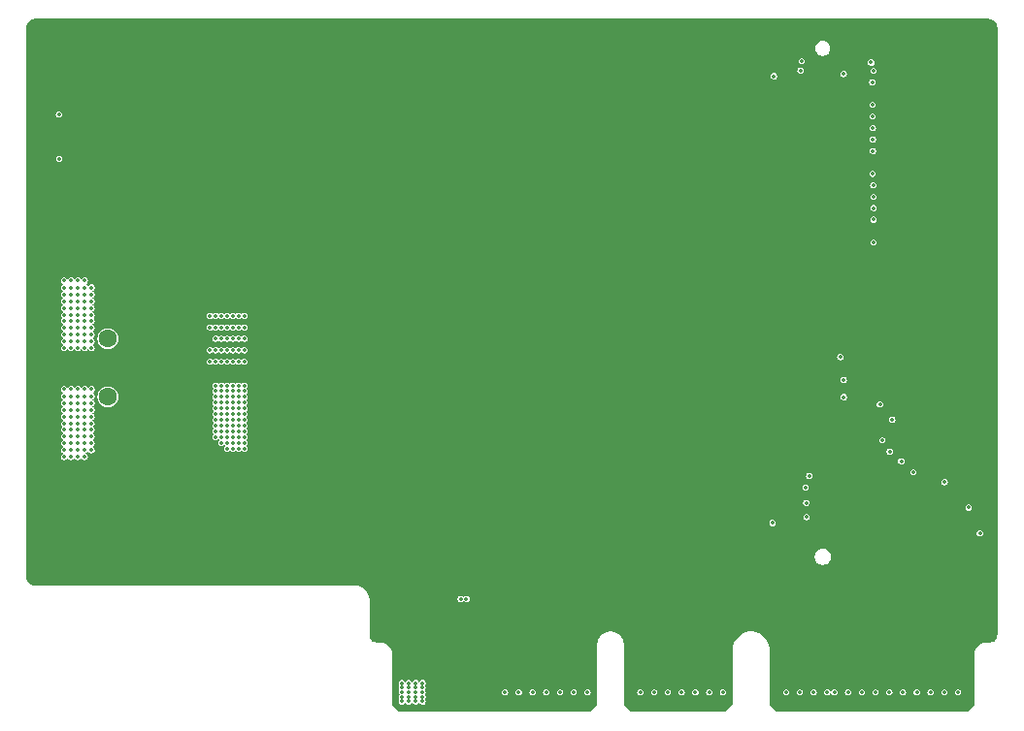
<source format=gbr>
%TF.GenerationSoftware,KiCad,Pcbnew,8.0.7*%
%TF.CreationDate,2025-02-18T16:04:48+01:00*%
%TF.ProjectId,HYDRA_VMM3_CARD_V3_Flex,48594452-415f-4564-9d4d-335f43415244,rev?*%
%TF.SameCoordinates,Original*%
%TF.FileFunction,Copper,L7,Inr*%
%TF.FilePolarity,Positive*%
%FSLAX46Y46*%
G04 Gerber Fmt 4.6, Leading zero omitted, Abs format (unit mm)*
G04 Created by KiCad (PCBNEW 8.0.7) date 2025-02-18 16:04:48*
%MOMM*%
%LPD*%
G01*
G04 APERTURE LIST*
%TA.AperFunction,ComponentPad*%
%ADD10C,2.000000*%
%TD*%
%TA.AperFunction,ComponentPad*%
%ADD11C,1.600000*%
%TD*%
%TA.AperFunction,ComponentPad*%
%ADD12R,1.600000X1.600000*%
%TD*%
%TA.AperFunction,ViaPad*%
%ADD13C,0.350000*%
%TD*%
G04 APERTURE END LIST*
D10*
X134778000Y-122000000D03*
X193073000Y-121980000D03*
X193073000Y-78280000D03*
X129698000Y-78300000D03*
X190533000Y-78280000D03*
X129698000Y-122000000D03*
X132238000Y-80840000D03*
X190533000Y-121980000D03*
X193073000Y-124520000D03*
X193073000Y-80820000D03*
X171493000Y-124540000D03*
X137318000Y-80840000D03*
D11*
X121980000Y-104590000D03*
D10*
X129698000Y-80840000D03*
X190533000Y-124520000D03*
X134778000Y-80840000D03*
X137318000Y-122000000D03*
X134778000Y-124540000D03*
X171493000Y-80840000D03*
X132238000Y-122000000D03*
X174033000Y-80820000D03*
D12*
X121980000Y-107130000D03*
D10*
X174033000Y-78280000D03*
X171493000Y-122000000D03*
X134778000Y-78300000D03*
X190533000Y-80820000D03*
D11*
X121980000Y-109670000D03*
D10*
X171493000Y-78300000D03*
X132238000Y-78300000D03*
X132238000Y-124540000D03*
X129698000Y-124540000D03*
X137318000Y-124540000D03*
X137318000Y-78300000D03*
D13*
X133890000Y-113670000D03*
X131890000Y-111170000D03*
X133390000Y-113670000D03*
X133890000Y-111670000D03*
X132890000Y-111170000D03*
X131390000Y-111170000D03*
X131890000Y-110170000D03*
X131890000Y-111670000D03*
X131890000Y-109670000D03*
X132890000Y-108670000D03*
X132890000Y-111670000D03*
X132390000Y-113670000D03*
X147630000Y-136260000D03*
X132390000Y-110170000D03*
X131890000Y-110670000D03*
X131890000Y-112670000D03*
X133390000Y-110170000D03*
X132890000Y-112170000D03*
X148230000Y-135460000D03*
X133390000Y-114170000D03*
X149430000Y-135460000D03*
X148230000Y-135860000D03*
X131890000Y-112170000D03*
X133890000Y-110170000D03*
X131890000Y-109170000D03*
X133390000Y-111170000D03*
X148230000Y-134660000D03*
X148830000Y-136260000D03*
X131390000Y-108670000D03*
X132390000Y-111170000D03*
X132390000Y-112670000D03*
X131390000Y-110670000D03*
X132390000Y-112170000D03*
X133890000Y-109170000D03*
X132390000Y-109170000D03*
X132890000Y-110170000D03*
X133890000Y-112670000D03*
X133890000Y-111170000D03*
X132390000Y-111670000D03*
X147630000Y-134660000D03*
X133390000Y-109670000D03*
X133890000Y-114170000D03*
X133890000Y-108670000D03*
X132390000Y-108670000D03*
X131390000Y-112170000D03*
X147630000Y-135060000D03*
X132390000Y-110670000D03*
X131390000Y-111670000D03*
X131890000Y-108670000D03*
X148230000Y-136260000D03*
X133390000Y-110670000D03*
X131390000Y-109670000D03*
X148830000Y-135860000D03*
X132890000Y-113670000D03*
X132390000Y-114170000D03*
X133890000Y-112170000D03*
X148830000Y-135460000D03*
X147630000Y-135860000D03*
X149430000Y-135860000D03*
X133390000Y-112670000D03*
X131890000Y-113670000D03*
X132390000Y-113170000D03*
X133390000Y-111670000D03*
X149430000Y-136260000D03*
X131390000Y-110170000D03*
X148230000Y-135060000D03*
X132890000Y-109670000D03*
X133390000Y-112170000D03*
X133390000Y-113170000D03*
X133890000Y-113170000D03*
X133890000Y-109670000D03*
X131390000Y-113170000D03*
X131390000Y-109170000D03*
X132890000Y-110670000D03*
X149430000Y-135060000D03*
X133890000Y-110670000D03*
X133390000Y-109170000D03*
X148830000Y-134660000D03*
X132890000Y-109170000D03*
X133390000Y-108670000D03*
X132390000Y-109670000D03*
X131390000Y-112670000D03*
X132890000Y-112670000D03*
X131890000Y-113170000D03*
X147630000Y-135460000D03*
X148830000Y-135060000D03*
X149430000Y-134660000D03*
X132890000Y-113170000D03*
X132890000Y-114170000D03*
X132890000Y-103590000D03*
X132890000Y-106590000D03*
X130890000Y-103590000D03*
X133390000Y-103590000D03*
X130890000Y-106590000D03*
X131390000Y-105590000D03*
X132390000Y-103590000D03*
X131390000Y-104590000D03*
X133890000Y-104590000D03*
X131390000Y-102590000D03*
X133890000Y-102590000D03*
X131890000Y-102590000D03*
X130890000Y-105590000D03*
X132390000Y-104590000D03*
X133390000Y-104590000D03*
X132890000Y-105590000D03*
X131890000Y-105590000D03*
X133390000Y-102590000D03*
X133890000Y-103590000D03*
X131390000Y-103590000D03*
X132890000Y-102590000D03*
X133890000Y-105590000D03*
X131390000Y-106590000D03*
X131890000Y-103590000D03*
X133890000Y-106590000D03*
X153260000Y-127310000D03*
X131890000Y-104590000D03*
X133390000Y-106590000D03*
X132390000Y-102590000D03*
X132390000Y-106590000D03*
X131890000Y-106590000D03*
X132390000Y-105590000D03*
X132890000Y-104590000D03*
X130890000Y-102590000D03*
X133390000Y-105590000D03*
X152775000Y-127310000D03*
X188670000Y-82180000D03*
X188690000Y-90180000D03*
X188730000Y-86180000D03*
X186550000Y-135460000D03*
X170840000Y-135460000D03*
X194980000Y-117120000D03*
X197070000Y-119330000D03*
X190190000Y-114440000D03*
X188700000Y-84150000D03*
X198050000Y-121570000D03*
X189545190Y-113454810D03*
X188720000Y-88180000D03*
X193750000Y-135460000D03*
X168440000Y-135460000D03*
X188780000Y-94180000D03*
X182350000Y-135460000D03*
X191196174Y-115275508D03*
X196150000Y-135460000D03*
X159030000Y-135460000D03*
X161430000Y-135460000D03*
X160230000Y-135460000D03*
X194950000Y-135460000D03*
X188790000Y-96170000D03*
X189330000Y-110310000D03*
X188690000Y-85170000D03*
X184750000Y-135460000D03*
X187750000Y-135460000D03*
X183550000Y-135460000D03*
X190420000Y-111650000D03*
X186180000Y-108180000D03*
X162630000Y-135460000D03*
X192550000Y-135460000D03*
X185350000Y-135460000D03*
X188790000Y-93170000D03*
X185880000Y-106190000D03*
X157830000Y-135460000D03*
X181150000Y-135460000D03*
X188750000Y-91180000D03*
X188780000Y-92190000D03*
X156630000Y-135460000D03*
X163830000Y-135460000D03*
X190150000Y-135460000D03*
X188720000Y-87180000D03*
X192240000Y-116250000D03*
X186190000Y-109680000D03*
X191350000Y-135460000D03*
X169640000Y-135460000D03*
X188950000Y-135460000D03*
X172040000Y-135460000D03*
X182850000Y-117560000D03*
X188565000Y-80465000D03*
X179960000Y-120680000D03*
X174440000Y-135460000D03*
X182501000Y-80330000D03*
X182910000Y-118920000D03*
X188770000Y-81180000D03*
X180081000Y-81659000D03*
X182940000Y-120170000D03*
X175640000Y-135460000D03*
X183166844Y-116563269D03*
X173240000Y-135460000D03*
X183294657Y-119153542D03*
X197558449Y-116587371D03*
X181298000Y-89426000D03*
X189216566Y-94289142D03*
X152110000Y-100938500D03*
X153630000Y-135060000D03*
X117860000Y-89435002D03*
X154830000Y-135860000D03*
X189236303Y-93227587D03*
X116330000Y-113200000D03*
X117900000Y-84424998D03*
X115130000Y-110300000D03*
X115730000Y-104300000D03*
X147590000Y-108480000D03*
X154230000Y-135060000D03*
X191360000Y-114830000D03*
X155430000Y-134660000D03*
X185977505Y-83119829D03*
X153630000Y-135460000D03*
X185870288Y-89108816D03*
X151450000Y-126670000D03*
X154830000Y-135460000D03*
X147736000Y-79213500D03*
X150000000Y-130490000D03*
X115130000Y-113800000D03*
X189137396Y-85218367D03*
X151230000Y-136260000D03*
X134390000Y-107890000D03*
X115130000Y-109700000D03*
X154230000Y-135860000D03*
X187398000Y-89426000D03*
X116330000Y-109700000D03*
X153630000Y-135860000D03*
X194985886Y-117585507D03*
X115130000Y-104900000D03*
X150030000Y-135460000D03*
X189118911Y-82211319D03*
X115130000Y-100800000D03*
X155430000Y-135460000D03*
X179723138Y-120297379D03*
X187398000Y-83426000D03*
X136780000Y-107860000D03*
X151230000Y-134660000D03*
X147230000Y-109290000D03*
X149320000Y-109790000D03*
X147790000Y-111680000D03*
X154230000Y-136260000D03*
X149680000Y-113300000D03*
X189200000Y-84180000D03*
X187398000Y-107426000D03*
X130670000Y-107860000D03*
X189181024Y-91309307D03*
X116330000Y-104900000D03*
X140040000Y-107860000D03*
X155430000Y-135860000D03*
X151230000Y-135460000D03*
X151450000Y-127960000D03*
X190030000Y-112980000D03*
X150030000Y-135060000D03*
X190677308Y-111280819D03*
X154830000Y-135060000D03*
X115730000Y-109700000D03*
X185542177Y-105892716D03*
X116330000Y-113800000D03*
X191402884Y-110363885D03*
X185368259Y-95077667D03*
X198192304Y-121143091D03*
X157736000Y-79213500D03*
X154230000Y-134660000D03*
X183080151Y-117004842D03*
X182642632Y-119832253D03*
X146157552Y-108617539D03*
X115130000Y-101400000D03*
X115730000Y-104900000D03*
X197095673Y-118880730D03*
X148345137Y-108884725D03*
X148787663Y-110780074D03*
X186225416Y-109231393D03*
X149980000Y-126560000D03*
X192540687Y-113555270D03*
X115130000Y-113200000D03*
X115130000Y-104300000D03*
X196492875Y-115208557D03*
X189239808Y-96156770D03*
X116330000Y-110900000D03*
X148590000Y-112480000D03*
X154830000Y-134660000D03*
X115730000Y-113200000D03*
X189466182Y-107988441D03*
X150030000Y-134660000D03*
X150030000Y-135860000D03*
X151230000Y-135060000D03*
X149660000Y-111240000D03*
X116330000Y-110300000D03*
X189230003Y-92190000D03*
X115730000Y-110300000D03*
X156736000Y-80213500D03*
X115730000Y-110900000D03*
X115730000Y-100800000D03*
X185955486Y-96251323D03*
X155430000Y-135060000D03*
X189129839Y-90275100D03*
X129190000Y-107860000D03*
X198233879Y-118086020D03*
X115130000Y-110900000D03*
X158736000Y-80213500D03*
X115130000Y-103700000D03*
X181812000Y-107366000D03*
X146736000Y-80213500D03*
X181298000Y-95426000D03*
X115730000Y-101400000D03*
X189162556Y-88261524D03*
X150000000Y-115980000D03*
X153060000Y-126620000D03*
X148736000Y-80213500D03*
X151230000Y-135860000D03*
X190757975Y-109509957D03*
X153630000Y-136260000D03*
X187398000Y-95426000D03*
X184163624Y-93064568D03*
X149990000Y-120710000D03*
X183380000Y-92090000D03*
X153030000Y-128000000D03*
X145680000Y-109410000D03*
X181298000Y-83426000D03*
X115730000Y-103700000D03*
X150030000Y-136260000D03*
X116330000Y-104300000D03*
X117869364Y-85575002D03*
X190559181Y-114697308D03*
X186180000Y-107660000D03*
X144640000Y-108150000D03*
X117840000Y-88284998D03*
X155430000Y-136260000D03*
X154230000Y-135460000D03*
X116330000Y-100200000D03*
X183360000Y-117620000D03*
X196009115Y-114254490D03*
X189161729Y-87265892D03*
X185348736Y-93581747D03*
X116330000Y-101400000D03*
X115730000Y-100200000D03*
X153630000Y-134660000D03*
X115730000Y-113800000D03*
X115730000Y-114400000D03*
X147910000Y-110300000D03*
X115130000Y-100200000D03*
X189756909Y-110167696D03*
X181298000Y-101426000D03*
X189175260Y-86245160D03*
X190056214Y-108956654D03*
X192148703Y-112333257D03*
X116330000Y-100800000D03*
X115130000Y-114400000D03*
X142130000Y-107840000D03*
X146580000Y-110150000D03*
X116330000Y-103700000D03*
X116330000Y-114400000D03*
X192655810Y-116077941D03*
X154830000Y-136260000D03*
X198787412Y-119685075D03*
X186394770Y-85748426D03*
X182367446Y-115558072D03*
X186409854Y-84678465D03*
X186427975Y-87637336D03*
X186391717Y-86806976D03*
X166720000Y-121380000D03*
X185070000Y-135880000D03*
X195260000Y-128040000D03*
X165440000Y-91760000D03*
X186020000Y-135610000D03*
X172680000Y-135460000D03*
X151821000Y-134883500D03*
X186320000Y-112820000D03*
X157240000Y-116350000D03*
X195130000Y-126440000D03*
X173870000Y-132290000D03*
X193120000Y-133120000D03*
X179690000Y-125920000D03*
X191950000Y-135470000D03*
X178150506Y-116874555D03*
X155420000Y-129050000D03*
X180770000Y-88170000D03*
X167500000Y-89670000D03*
X175840770Y-118566837D03*
X184150000Y-135460000D03*
X158030000Y-101300000D03*
X184530000Y-99350000D03*
X168980000Y-133750000D03*
X174250000Y-103350000D03*
X164780000Y-110730000D03*
X179040000Y-105230000D03*
X162020000Y-130480000D03*
X185380000Y-120190000D03*
X171780000Y-100950000D03*
X162350000Y-103800000D03*
X159670000Y-123730000D03*
X163170000Y-120300000D03*
X173700000Y-96870000D03*
X193090000Y-116740000D03*
X162110000Y-120440000D03*
X194240000Y-133850000D03*
X177540000Y-95080000D03*
X194532949Y-114526573D03*
X189560000Y-135490000D03*
X175110000Y-133480000D03*
X186120000Y-129160000D03*
X189960000Y-127130000D03*
X158410000Y-133200000D03*
X170290000Y-135460000D03*
X196930000Y-133190000D03*
X166630000Y-105820000D03*
X160850000Y-113010000D03*
X172480000Y-134080000D03*
X157240000Y-123210000D03*
X190780000Y-135510000D03*
X198010000Y-128250000D03*
X178820000Y-81610000D03*
X171420000Y-135420000D03*
X185180000Y-128840000D03*
X174530000Y-82600000D03*
X163240000Y-134330000D03*
X158510000Y-118310000D03*
X164750000Y-122900000D03*
X180090000Y-129320000D03*
X157240000Y-133370000D03*
X168630000Y-97590000D03*
X174940000Y-135440000D03*
X182820000Y-131460000D03*
X188358407Y-130626119D03*
X178950000Y-87440000D03*
X158780000Y-103570000D03*
X165130000Y-128670000D03*
X181720000Y-131690000D03*
X155870000Y-102600000D03*
X169040000Y-135450000D03*
X186320000Y-120550000D03*
X161220000Y-98140000D03*
X167560000Y-102900000D03*
X175250000Y-123030000D03*
X168310000Y-100070000D03*
X174220000Y-91860000D03*
X161180000Y-102940000D03*
X157310000Y-106230000D03*
X161970000Y-99510000D03*
X195540000Y-135480000D03*
X185430000Y-111500000D03*
X170240000Y-133410000D03*
X177750000Y-86240000D03*
X184560000Y-108360000D03*
X169660000Y-89910000D03*
X152430000Y-135460000D03*
X171234358Y-85755831D03*
X159710000Y-109290000D03*
X188010000Y-110170000D03*
X152431000Y-134863500D03*
X155800000Y-123800000D03*
X179750000Y-119050000D03*
X167400000Y-133340000D03*
X177170000Y-124280000D03*
X184080000Y-131460000D03*
X162050000Y-135460000D03*
X195520000Y-133140000D03*
X177210000Y-128390000D03*
X184960000Y-81880000D03*
X175110000Y-112460000D03*
X177270000Y-83730000D03*
X166570000Y-97450000D03*
X173980000Y-87570000D03*
X172680000Y-129590000D03*
X159670000Y-135480000D03*
X184720000Y-125990000D03*
X159640000Y-130590000D03*
X183070000Y-81880000D03*
X194320000Y-135520000D03*
X157070000Y-126580000D03*
X179040000Y-127750000D03*
X182380000Y-123090000D03*
X176250000Y-135460000D03*
X169826309Y-108092984D03*
X168450000Y-127760000D03*
X160820000Y-135480000D03*
X176810000Y-130250000D03*
X187850000Y-118860000D03*
X162967333Y-94537402D03*
X171590000Y-132380000D03*
X193023616Y-128613675D03*
X198150000Y-123580000D03*
X199180000Y-129600000D03*
X155630000Y-115770000D03*
X182920000Y-135490000D03*
X166580000Y-109370000D03*
X187190000Y-133230000D03*
X171720000Y-111340000D03*
X194990000Y-118990000D03*
X181760000Y-135430000D03*
X187200000Y-135470000D03*
X188330000Y-111720000D03*
X188170000Y-127410000D03*
X168040000Y-118910000D03*
X199360000Y-122530000D03*
X174530000Y-93710000D03*
X158410000Y-135470000D03*
X163250000Y-135480000D03*
X188340000Y-135480000D03*
X159777153Y-97144430D03*
X160830000Y-123810000D03*
X170650000Y-127490000D03*
X151841000Y-136143500D03*
X163270000Y-108120000D03*
X196800000Y-135490000D03*
X158510000Y-111310000D03*
X157100000Y-99410000D03*
X171270000Y-92720000D03*
X155420670Y-109424908D03*
X157200000Y-135460000D03*
X151830000Y-135460000D03*
X173850000Y-135430000D03*
X165510000Y-94190000D03*
X191930000Y-133260000D03*
X177490000Y-113720000D03*
X184610000Y-89560000D03*
X170420894Y-118955604D03*
X193140000Y-135510000D03*
X152431000Y-135973500D03*
X184420000Y-119090000D03*
X167080000Y-128420000D03*
X175429134Y-106880945D03*
X189500000Y-133320000D03*
X187590000Y-128520000D03*
X162130000Y-106450000D03*
X179250000Y-109670000D03*
X177810000Y-99700000D03*
X167500000Y-93950000D03*
X194740000Y-122210000D03*
X158410000Y-124900000D03*
X187050000Y-115520000D03*
X186270000Y-125810000D03*
X160830000Y-133640000D03*
X193000000Y-119310000D03*
X169660000Y-95650000D03*
X177540000Y-129440000D03*
X188750000Y-116250000D03*
X172140000Y-106810000D03*
X177910000Y-95470000D03*
X182320000Y-94670000D03*
X166980000Y-108270000D03*
X167090000Y-103980000D03*
X194970000Y-132100000D03*
X178940000Y-106860000D03*
X156620000Y-119440000D03*
X188979647Y-133082560D03*
X166020000Y-107490000D03*
X167280000Y-115850000D03*
X158976448Y-117219559D03*
X191376441Y-130820704D03*
X199270000Y-128900000D03*
X171010000Y-96070000D03*
X184080000Y-126870000D03*
X156670000Y-108780000D03*
X158310000Y-103290000D03*
X162680000Y-132470000D03*
X180910000Y-113680000D03*
X175320000Y-95890000D03*
X170840000Y-132480000D03*
X174990000Y-122270000D03*
X187443030Y-109918737D03*
X161400000Y-119640000D03*
X197670000Y-125900000D03*
X176590000Y-90620000D03*
X166550000Y-94900000D03*
X183580000Y-98470000D03*
X189867109Y-128442362D03*
X181100000Y-128280000D03*
X175080000Y-86530000D03*
X186840000Y-100080000D03*
X163040000Y-108640000D03*
X160260000Y-115370000D03*
X173520608Y-114867380D03*
X169610065Y-110202170D03*
X197760000Y-130840000D03*
X156690000Y-132110000D03*
X171870000Y-110550000D03*
X170550000Y-127900000D03*
X169020000Y-128930000D03*
X162610000Y-123010000D03*
X192405532Y-118059984D03*
X187760000Y-116660000D03*
X167734834Y-120767497D03*
X183501141Y-131705755D03*
X182230000Y-85620000D03*
X196590000Y-120620000D03*
X191170623Y-119020469D03*
X169655802Y-131584380D03*
X182000000Y-93060000D03*
X168420000Y-132110000D03*
X163070000Y-98540000D03*
X174710000Y-90670000D03*
X165950000Y-101070000D03*
X173550000Y-129060000D03*
X181000000Y-102820000D03*
X182510000Y-130880000D03*
X197710000Y-120390000D03*
X177180000Y-86210000D03*
X169110000Y-116630000D03*
X199080000Y-123310000D03*
X193870000Y-131600000D03*
X176540000Y-112030000D03*
X164172133Y-123438955D03*
X162840000Y-113540000D03*
X185250865Y-96917908D03*
X185770000Y-114330000D03*
X178940000Y-100150000D03*
X196290000Y-129240000D03*
X194920000Y-127370000D03*
X183380000Y-86670000D03*
X161220000Y-104210000D03*
X170570000Y-92960000D03*
X165836734Y-124495091D03*
X157970000Y-131920000D03*
X185755000Y-120120000D03*
X170430000Y-106530000D03*
X157718671Y-116693580D03*
X189200000Y-111840000D03*
X159182266Y-131741166D03*
X160165619Y-128996926D03*
X162520000Y-101300000D03*
X181370000Y-121040000D03*
X157720000Y-126300000D03*
X182330000Y-125460000D03*
X186642626Y-121124387D03*
X157790000Y-110340000D03*
X175030000Y-118640000D03*
X158884973Y-108689544D03*
X179610000Y-91700000D03*
X189730000Y-116570000D03*
X171550000Y-90120000D03*
X161560000Y-105760000D03*
X165750000Y-115260000D03*
X164500000Y-129750000D03*
X194400000Y-117560000D03*
X185120000Y-84630000D03*
X184980000Y-131950000D03*
X158953580Y-123073939D03*
X194532318Y-126041151D03*
X177340000Y-121050000D03*
X187850000Y-132700000D03*
X192131108Y-126452787D03*
X176670000Y-100450000D03*
X171000000Y-100420000D03*
X171640000Y-101660000D03*
X175800000Y-93660000D03*
X174770000Y-100200000D03*
X165110000Y-100460000D03*
X192470000Y-131690000D03*
X187810000Y-127980000D03*
X168050000Y-101140000D03*
X188800000Y-122870000D03*
X161420000Y-129890000D03*
X177790000Y-124680000D03*
X178970000Y-122700000D03*
X196000000Y-127760000D03*
X163790000Y-105420000D03*
X186180000Y-81470000D03*
X182410000Y-81170000D03*
X117735000Y-88860000D03*
X117725000Y-85000000D03*
X118173500Y-109598500D03*
X119373500Y-111998500D03*
X119973500Y-111998500D03*
X118773500Y-111998500D03*
X118773500Y-109598500D03*
X120573500Y-109598500D03*
X119973500Y-111398500D03*
X119373500Y-110798500D03*
X119373500Y-108998500D03*
X118173500Y-112513500D03*
X120573500Y-108998500D03*
X118173500Y-111398500D03*
X118773500Y-113113500D03*
X118773500Y-110798500D03*
X120573500Y-112513500D03*
X118773500Y-108998500D03*
X120573500Y-113113500D03*
X120573500Y-111398500D03*
X119973500Y-110198500D03*
X119373500Y-110198500D03*
X118773500Y-111398500D03*
X120573500Y-110198500D03*
X119373500Y-114313500D03*
X119373500Y-109598500D03*
X120573500Y-114313500D03*
X118773500Y-114313500D03*
X118173500Y-111998500D03*
X118773500Y-110198500D03*
X118773500Y-112513500D03*
X119373500Y-114913500D03*
X118773500Y-113713500D03*
X119373500Y-111398500D03*
X118773500Y-114913500D03*
X120573500Y-110798500D03*
X119973500Y-108998500D03*
X118173500Y-110798500D03*
X118173500Y-113113500D03*
X119973500Y-109598500D03*
X119973500Y-113713500D03*
X118173500Y-114913500D03*
X120573500Y-113713500D03*
X119973500Y-113113500D03*
X120573500Y-111998500D03*
X119973500Y-112513500D03*
X119373500Y-113713500D03*
X119373500Y-112513500D03*
X118173500Y-108998500D03*
X118173500Y-110198500D03*
X119973500Y-114313500D03*
X119373500Y-113113500D03*
X119973500Y-110798500D03*
X118173500Y-114313500D03*
X118173500Y-113713500D03*
X119973500Y-114913500D03*
X120573500Y-103013500D03*
X119373500Y-100113500D03*
X118173500Y-100113500D03*
X119973500Y-101313500D03*
X119973500Y-105413500D03*
X118173500Y-104213500D03*
X118173500Y-101313500D03*
X120573500Y-100113500D03*
X119373500Y-104213500D03*
X118173500Y-104813500D03*
X118773500Y-100113500D03*
X119973500Y-99513500D03*
X120573500Y-100713500D03*
X118773500Y-102513500D03*
X118773500Y-104213500D03*
X119373500Y-105413500D03*
X118173500Y-102513500D03*
X119373500Y-102513500D03*
X119973500Y-104213500D03*
X118773500Y-101313500D03*
X118773500Y-104813500D03*
X119373500Y-101913500D03*
X118773500Y-103613500D03*
X118773500Y-99513500D03*
X120573500Y-101913500D03*
X120573500Y-104213500D03*
X119373500Y-99513500D03*
X119973500Y-103013500D03*
X119373500Y-103013500D03*
X118173500Y-105413500D03*
X118773500Y-100713500D03*
X119373500Y-103613500D03*
X119373500Y-104813500D03*
X119973500Y-103613500D03*
X119973500Y-102513500D03*
X120573500Y-104813500D03*
X118773500Y-101913500D03*
X118173500Y-101913500D03*
X120573500Y-101313500D03*
X119973500Y-104813500D03*
X118173500Y-103013500D03*
X120573500Y-102513500D03*
X119973500Y-101913500D03*
X118173500Y-99513500D03*
X118173500Y-100713500D03*
X119373500Y-100713500D03*
X120573500Y-105413500D03*
X120573500Y-103613500D03*
X119373500Y-101313500D03*
X119973500Y-100713500D03*
X118773500Y-105413500D03*
X118173500Y-103613500D03*
X118773500Y-103013500D03*
X119973500Y-100113500D03*
%TA.AperFunction,Conductor*%
G36*
X198832396Y-76650736D02*
G01*
X198971417Y-76664428D01*
X198980839Y-76666302D01*
X199112205Y-76706151D01*
X199121072Y-76709824D01*
X199186123Y-76744595D01*
X199242144Y-76774539D01*
X199250130Y-76779875D01*
X199356245Y-76866961D01*
X199363038Y-76873754D01*
X199450124Y-76979869D01*
X199455460Y-76987855D01*
X199520173Y-77108923D01*
X199523849Y-77117798D01*
X199563697Y-77249161D01*
X199565571Y-77258582D01*
X199579264Y-77397603D01*
X199579500Y-77402406D01*
X199579500Y-130397593D01*
X199579264Y-130402396D01*
X199565571Y-130541417D01*
X199563697Y-130550838D01*
X199523849Y-130682201D01*
X199520173Y-130691076D01*
X199455460Y-130812144D01*
X199450124Y-130820130D01*
X199363038Y-130926245D01*
X199356245Y-130933038D01*
X199250130Y-131020124D01*
X199242144Y-131025460D01*
X199121076Y-131090173D01*
X199112201Y-131093849D01*
X198980838Y-131133697D01*
X198971417Y-131135571D01*
X198832396Y-131149264D01*
X198827593Y-131149500D01*
X198492467Y-131149500D01*
X198389316Y-131167687D01*
X198320062Y-131179899D01*
X198320061Y-131179899D01*
X198320057Y-131179900D01*
X198155556Y-131239774D01*
X198155548Y-131239778D01*
X198003945Y-131327307D01*
X198003939Y-131327312D01*
X197869838Y-131439835D01*
X197869835Y-131439838D01*
X197757312Y-131573939D01*
X197757307Y-131573945D01*
X197669778Y-131725548D01*
X197669774Y-131725556D01*
X197609900Y-131890057D01*
X197579500Y-132062467D01*
X197579500Y-136525943D01*
X197565148Y-136560591D01*
X196990591Y-137135148D01*
X196955943Y-137149500D01*
X180344057Y-137149500D01*
X180309409Y-137135148D01*
X179734851Y-136560590D01*
X179720499Y-136525942D01*
X179720499Y-135459997D01*
X180869103Y-135459997D01*
X180869103Y-135460002D01*
X180890483Y-135567492D01*
X180951375Y-135658624D01*
X180994177Y-135687223D01*
X181042505Y-135719515D01*
X181042507Y-135719516D01*
X181149997Y-135740897D01*
X181150000Y-135740897D01*
X181150003Y-135740897D01*
X181257492Y-135719516D01*
X181257492Y-135719515D01*
X181257495Y-135719515D01*
X181348624Y-135658624D01*
X181409515Y-135567495D01*
X181413584Y-135547043D01*
X181430897Y-135460002D01*
X181430897Y-135459997D01*
X182069103Y-135459997D01*
X182069103Y-135460002D01*
X182090483Y-135567492D01*
X182151375Y-135658624D01*
X182194177Y-135687223D01*
X182242505Y-135719515D01*
X182242507Y-135719516D01*
X182349997Y-135740897D01*
X182350000Y-135740897D01*
X182350003Y-135740897D01*
X182457492Y-135719516D01*
X182457492Y-135719515D01*
X182457495Y-135719515D01*
X182548624Y-135658624D01*
X182609515Y-135567495D01*
X182613584Y-135547043D01*
X182630897Y-135460002D01*
X182630897Y-135459997D01*
X183269103Y-135459997D01*
X183269103Y-135460002D01*
X183290483Y-135567492D01*
X183351375Y-135658624D01*
X183394177Y-135687223D01*
X183442505Y-135719515D01*
X183442507Y-135719516D01*
X183549997Y-135740897D01*
X183550000Y-135740897D01*
X183550003Y-135740897D01*
X183657492Y-135719516D01*
X183657492Y-135719515D01*
X183657495Y-135719515D01*
X183748624Y-135658624D01*
X183809515Y-135567495D01*
X183813584Y-135547043D01*
X183830897Y-135460002D01*
X183830897Y-135459997D01*
X184469103Y-135459997D01*
X184469103Y-135460002D01*
X184490483Y-135567492D01*
X184551375Y-135658624D01*
X184594177Y-135687223D01*
X184642505Y-135719515D01*
X184642507Y-135719516D01*
X184749997Y-135740897D01*
X184750000Y-135740897D01*
X184750003Y-135740897D01*
X184857492Y-135719516D01*
X184857492Y-135719515D01*
X184857495Y-135719515D01*
X184948624Y-135658624D01*
X185009258Y-135567878D01*
X185040440Y-135547044D01*
X185077223Y-135554360D01*
X185090742Y-135567879D01*
X185151375Y-135658624D01*
X185194177Y-135687223D01*
X185242505Y-135719515D01*
X185242507Y-135719516D01*
X185349997Y-135740897D01*
X185350000Y-135740897D01*
X185350003Y-135740897D01*
X185457492Y-135719516D01*
X185457492Y-135719515D01*
X185457495Y-135719515D01*
X185548624Y-135658624D01*
X185609515Y-135567495D01*
X185613584Y-135547043D01*
X185630897Y-135460002D01*
X185630897Y-135459997D01*
X186269103Y-135459997D01*
X186269103Y-135460002D01*
X186290483Y-135567492D01*
X186351375Y-135658624D01*
X186394177Y-135687223D01*
X186442505Y-135719515D01*
X186442507Y-135719516D01*
X186549997Y-135740897D01*
X186550000Y-135740897D01*
X186550003Y-135740897D01*
X186657492Y-135719516D01*
X186657492Y-135719515D01*
X186657495Y-135719515D01*
X186748624Y-135658624D01*
X186809515Y-135567495D01*
X186813584Y-135547043D01*
X186830897Y-135460002D01*
X186830897Y-135459997D01*
X187469103Y-135459997D01*
X187469103Y-135460002D01*
X187490483Y-135567492D01*
X187551375Y-135658624D01*
X187594177Y-135687223D01*
X187642505Y-135719515D01*
X187642507Y-135719516D01*
X187749997Y-135740897D01*
X187750000Y-135740897D01*
X187750003Y-135740897D01*
X187857492Y-135719516D01*
X187857492Y-135719515D01*
X187857495Y-135719515D01*
X187948624Y-135658624D01*
X188009515Y-135567495D01*
X188013584Y-135547043D01*
X188030897Y-135460002D01*
X188030897Y-135459997D01*
X188669103Y-135459997D01*
X188669103Y-135460002D01*
X188690483Y-135567492D01*
X188751375Y-135658624D01*
X188794177Y-135687223D01*
X188842505Y-135719515D01*
X188842507Y-135719516D01*
X188949997Y-135740897D01*
X188950000Y-135740897D01*
X188950003Y-135740897D01*
X189057492Y-135719516D01*
X189057492Y-135719515D01*
X189057495Y-135719515D01*
X189148624Y-135658624D01*
X189209515Y-135567495D01*
X189213584Y-135547043D01*
X189230897Y-135460002D01*
X189230897Y-135459997D01*
X189869103Y-135459997D01*
X189869103Y-135460002D01*
X189890483Y-135567492D01*
X189951375Y-135658624D01*
X189994177Y-135687223D01*
X190042505Y-135719515D01*
X190042507Y-135719516D01*
X190149997Y-135740897D01*
X190150000Y-135740897D01*
X190150003Y-135740897D01*
X190257492Y-135719516D01*
X190257492Y-135719515D01*
X190257495Y-135719515D01*
X190348624Y-135658624D01*
X190409515Y-135567495D01*
X190413584Y-135547043D01*
X190430897Y-135460002D01*
X190430897Y-135459997D01*
X191069103Y-135459997D01*
X191069103Y-135460002D01*
X191090483Y-135567492D01*
X191151375Y-135658624D01*
X191194177Y-135687223D01*
X191242505Y-135719515D01*
X191242507Y-135719516D01*
X191349997Y-135740897D01*
X191350000Y-135740897D01*
X191350003Y-135740897D01*
X191457492Y-135719516D01*
X191457492Y-135719515D01*
X191457495Y-135719515D01*
X191548624Y-135658624D01*
X191609515Y-135567495D01*
X191613584Y-135547043D01*
X191630897Y-135460002D01*
X191630897Y-135459997D01*
X192269103Y-135459997D01*
X192269103Y-135460002D01*
X192290483Y-135567492D01*
X192351375Y-135658624D01*
X192394177Y-135687223D01*
X192442505Y-135719515D01*
X192442507Y-135719516D01*
X192549997Y-135740897D01*
X192550000Y-135740897D01*
X192550003Y-135740897D01*
X192657492Y-135719516D01*
X192657492Y-135719515D01*
X192657495Y-135719515D01*
X192748624Y-135658624D01*
X192809515Y-135567495D01*
X192813584Y-135547043D01*
X192830897Y-135460002D01*
X192830897Y-135459997D01*
X193469103Y-135459997D01*
X193469103Y-135460002D01*
X193490483Y-135567492D01*
X193551375Y-135658624D01*
X193594177Y-135687223D01*
X193642505Y-135719515D01*
X193642507Y-135719516D01*
X193749997Y-135740897D01*
X193750000Y-135740897D01*
X193750003Y-135740897D01*
X193857492Y-135719516D01*
X193857492Y-135719515D01*
X193857495Y-135719515D01*
X193948624Y-135658624D01*
X194009515Y-135567495D01*
X194013584Y-135547043D01*
X194030897Y-135460002D01*
X194030897Y-135459997D01*
X194669103Y-135459997D01*
X194669103Y-135460002D01*
X194690483Y-135567492D01*
X194751375Y-135658624D01*
X194794177Y-135687223D01*
X194842505Y-135719515D01*
X194842507Y-135719516D01*
X194949997Y-135740897D01*
X194950000Y-135740897D01*
X194950003Y-135740897D01*
X195057492Y-135719516D01*
X195057492Y-135719515D01*
X195057495Y-135719515D01*
X195148624Y-135658624D01*
X195209515Y-135567495D01*
X195213584Y-135547043D01*
X195230897Y-135460002D01*
X195230897Y-135459997D01*
X195869103Y-135459997D01*
X195869103Y-135460002D01*
X195890483Y-135567492D01*
X195951375Y-135658624D01*
X195994177Y-135687223D01*
X196042505Y-135719515D01*
X196042507Y-135719516D01*
X196149997Y-135740897D01*
X196150000Y-135740897D01*
X196150003Y-135740897D01*
X196257492Y-135719516D01*
X196257492Y-135719515D01*
X196257495Y-135719515D01*
X196348624Y-135658624D01*
X196409515Y-135567495D01*
X196413584Y-135547043D01*
X196430897Y-135460002D01*
X196430897Y-135459997D01*
X196409516Y-135352507D01*
X196409257Y-135352120D01*
X196365895Y-135287223D01*
X196348624Y-135261375D01*
X196257492Y-135200483D01*
X196150003Y-135179103D01*
X196149997Y-135179103D01*
X196042507Y-135200483D01*
X195951375Y-135261375D01*
X195890483Y-135352507D01*
X195869103Y-135459997D01*
X195230897Y-135459997D01*
X195209516Y-135352507D01*
X195209257Y-135352120D01*
X195165895Y-135287223D01*
X195148624Y-135261375D01*
X195057492Y-135200483D01*
X194950003Y-135179103D01*
X194949997Y-135179103D01*
X194842507Y-135200483D01*
X194751375Y-135261375D01*
X194690483Y-135352507D01*
X194669103Y-135459997D01*
X194030897Y-135459997D01*
X194009516Y-135352507D01*
X194009257Y-135352120D01*
X193965895Y-135287223D01*
X193948624Y-135261375D01*
X193857492Y-135200483D01*
X193750003Y-135179103D01*
X193749997Y-135179103D01*
X193642507Y-135200483D01*
X193551375Y-135261375D01*
X193490483Y-135352507D01*
X193469103Y-135459997D01*
X192830897Y-135459997D01*
X192809516Y-135352507D01*
X192809257Y-135352120D01*
X192765895Y-135287223D01*
X192748624Y-135261375D01*
X192657492Y-135200483D01*
X192550003Y-135179103D01*
X192549997Y-135179103D01*
X192442507Y-135200483D01*
X192351375Y-135261375D01*
X192290483Y-135352507D01*
X192269103Y-135459997D01*
X191630897Y-135459997D01*
X191609516Y-135352507D01*
X191609257Y-135352120D01*
X191565895Y-135287223D01*
X191548624Y-135261375D01*
X191457492Y-135200483D01*
X191350003Y-135179103D01*
X191349997Y-135179103D01*
X191242507Y-135200483D01*
X191151375Y-135261375D01*
X191090483Y-135352507D01*
X191069103Y-135459997D01*
X190430897Y-135459997D01*
X190409516Y-135352507D01*
X190409257Y-135352120D01*
X190365895Y-135287223D01*
X190348624Y-135261375D01*
X190257492Y-135200483D01*
X190150003Y-135179103D01*
X190149997Y-135179103D01*
X190042507Y-135200483D01*
X189951375Y-135261375D01*
X189890483Y-135352507D01*
X189869103Y-135459997D01*
X189230897Y-135459997D01*
X189209516Y-135352507D01*
X189209257Y-135352120D01*
X189165895Y-135287223D01*
X189148624Y-135261375D01*
X189057492Y-135200483D01*
X188950003Y-135179103D01*
X188949997Y-135179103D01*
X188842507Y-135200483D01*
X188751375Y-135261375D01*
X188690483Y-135352507D01*
X188669103Y-135459997D01*
X188030897Y-135459997D01*
X188009516Y-135352507D01*
X188009257Y-135352120D01*
X187965895Y-135287223D01*
X187948624Y-135261375D01*
X187857492Y-135200483D01*
X187750003Y-135179103D01*
X187749997Y-135179103D01*
X187642507Y-135200483D01*
X187551375Y-135261375D01*
X187490483Y-135352507D01*
X187469103Y-135459997D01*
X186830897Y-135459997D01*
X186809516Y-135352507D01*
X186809257Y-135352120D01*
X186765895Y-135287223D01*
X186748624Y-135261375D01*
X186657492Y-135200483D01*
X186550003Y-135179103D01*
X186549997Y-135179103D01*
X186442507Y-135200483D01*
X186351375Y-135261375D01*
X186290483Y-135352507D01*
X186269103Y-135459997D01*
X185630897Y-135459997D01*
X185609516Y-135352507D01*
X185609257Y-135352120D01*
X185565895Y-135287223D01*
X185548624Y-135261375D01*
X185457492Y-135200483D01*
X185350003Y-135179103D01*
X185349997Y-135179103D01*
X185242507Y-135200483D01*
X185151375Y-135261375D01*
X185090742Y-135352120D01*
X185059559Y-135372956D01*
X185022777Y-135365639D01*
X185009258Y-135352120D01*
X184948624Y-135261375D01*
X184857492Y-135200483D01*
X184750003Y-135179103D01*
X184749997Y-135179103D01*
X184642507Y-135200483D01*
X184551375Y-135261375D01*
X184490483Y-135352507D01*
X184469103Y-135459997D01*
X183830897Y-135459997D01*
X183809516Y-135352507D01*
X183809257Y-135352120D01*
X183765895Y-135287223D01*
X183748624Y-135261375D01*
X183657492Y-135200483D01*
X183550003Y-135179103D01*
X183549997Y-135179103D01*
X183442507Y-135200483D01*
X183351375Y-135261375D01*
X183290483Y-135352507D01*
X183269103Y-135459997D01*
X182630897Y-135459997D01*
X182609516Y-135352507D01*
X182609257Y-135352120D01*
X182565895Y-135287223D01*
X182548624Y-135261375D01*
X182457492Y-135200483D01*
X182350003Y-135179103D01*
X182349997Y-135179103D01*
X182242507Y-135200483D01*
X182151375Y-135261375D01*
X182090483Y-135352507D01*
X182069103Y-135459997D01*
X181430897Y-135459997D01*
X181409516Y-135352507D01*
X181409257Y-135352120D01*
X181365895Y-135287223D01*
X181348624Y-135261375D01*
X181257492Y-135200483D01*
X181150003Y-135179103D01*
X181149997Y-135179103D01*
X181042507Y-135200483D01*
X180951375Y-135261375D01*
X180890483Y-135352507D01*
X180869103Y-135459997D01*
X179720499Y-135459997D01*
X179720499Y-131758319D01*
X179721844Y-131749521D01*
X179721693Y-131749502D01*
X179722245Y-131745248D01*
X179720550Y-131707948D01*
X179720499Y-131705723D01*
X179720499Y-131662674D01*
X179719557Y-131657938D01*
X179719889Y-131657871D01*
X179717817Y-131648584D01*
X179714706Y-131581107D01*
X179668650Y-131345271D01*
X179588449Y-131118759D01*
X179475843Y-130906487D01*
X179333274Y-130713059D01*
X179313154Y-130692826D01*
X179163843Y-130542678D01*
X178971212Y-130399030D01*
X178971210Y-130399029D01*
X178971209Y-130399028D01*
X178759569Y-130285238D01*
X178759564Y-130285236D01*
X178759560Y-130285234D01*
X178533512Y-130203775D01*
X178533506Y-130203773D01*
X178297937Y-130156402D01*
X178105949Y-130146601D01*
X178057954Y-130144151D01*
X178057953Y-130144151D01*
X177818779Y-130167286D01*
X177585600Y-130225304D01*
X177363474Y-130316948D01*
X177363470Y-130316950D01*
X177157214Y-130440234D01*
X176971307Y-130592478D01*
X176809785Y-130770378D01*
X176676145Y-130970080D01*
X176573291Y-131187253D01*
X176503458Y-131417174D01*
X176468160Y-131654845D01*
X176468159Y-131654854D01*
X176468082Y-131775016D01*
X176468082Y-131819168D01*
X176468756Y-131822991D01*
X176469500Y-131831500D01*
X176469500Y-136525943D01*
X176455148Y-136560591D01*
X175880591Y-137135148D01*
X175845943Y-137149500D01*
X167634057Y-137149500D01*
X167599409Y-137135148D01*
X167024852Y-136560591D01*
X167010500Y-136525943D01*
X167010500Y-135459997D01*
X168159103Y-135459997D01*
X168159103Y-135460002D01*
X168180483Y-135567492D01*
X168241375Y-135658624D01*
X168284177Y-135687223D01*
X168332505Y-135719515D01*
X168332507Y-135719516D01*
X168439997Y-135740897D01*
X168440000Y-135740897D01*
X168440003Y-135740897D01*
X168547492Y-135719516D01*
X168547492Y-135719515D01*
X168547495Y-135719515D01*
X168638624Y-135658624D01*
X168699515Y-135567495D01*
X168703584Y-135547043D01*
X168720897Y-135460002D01*
X168720897Y-135459997D01*
X169359103Y-135459997D01*
X169359103Y-135460002D01*
X169380483Y-135567492D01*
X169441375Y-135658624D01*
X169484177Y-135687223D01*
X169532505Y-135719515D01*
X169532507Y-135719516D01*
X169639997Y-135740897D01*
X169640000Y-135740897D01*
X169640003Y-135740897D01*
X169747492Y-135719516D01*
X169747492Y-135719515D01*
X169747495Y-135719515D01*
X169838624Y-135658624D01*
X169899515Y-135567495D01*
X169903584Y-135547043D01*
X169920897Y-135460002D01*
X169920897Y-135459997D01*
X170559103Y-135459997D01*
X170559103Y-135460002D01*
X170580483Y-135567492D01*
X170641375Y-135658624D01*
X170684177Y-135687223D01*
X170732505Y-135719515D01*
X170732507Y-135719516D01*
X170839997Y-135740897D01*
X170840000Y-135740897D01*
X170840003Y-135740897D01*
X170947492Y-135719516D01*
X170947492Y-135719515D01*
X170947495Y-135719515D01*
X171038624Y-135658624D01*
X171099515Y-135567495D01*
X171103584Y-135547043D01*
X171120897Y-135460002D01*
X171120897Y-135459997D01*
X171759103Y-135459997D01*
X171759103Y-135460002D01*
X171780483Y-135567492D01*
X171841375Y-135658624D01*
X171884177Y-135687223D01*
X171932505Y-135719515D01*
X171932507Y-135719516D01*
X172039997Y-135740897D01*
X172040000Y-135740897D01*
X172040003Y-135740897D01*
X172147492Y-135719516D01*
X172147492Y-135719515D01*
X172147495Y-135719515D01*
X172238624Y-135658624D01*
X172299515Y-135567495D01*
X172303584Y-135547043D01*
X172320897Y-135460002D01*
X172320897Y-135459997D01*
X172959103Y-135459997D01*
X172959103Y-135460002D01*
X172980483Y-135567492D01*
X173041375Y-135658624D01*
X173084177Y-135687223D01*
X173132505Y-135719515D01*
X173132507Y-135719516D01*
X173239997Y-135740897D01*
X173240000Y-135740897D01*
X173240003Y-135740897D01*
X173347492Y-135719516D01*
X173347492Y-135719515D01*
X173347495Y-135719515D01*
X173438624Y-135658624D01*
X173499515Y-135567495D01*
X173503584Y-135547043D01*
X173520897Y-135460002D01*
X173520897Y-135459997D01*
X174159103Y-135459997D01*
X174159103Y-135460002D01*
X174180483Y-135567492D01*
X174241375Y-135658624D01*
X174284177Y-135687223D01*
X174332505Y-135719515D01*
X174332507Y-135719516D01*
X174439997Y-135740897D01*
X174440000Y-135740897D01*
X174440003Y-135740897D01*
X174547492Y-135719516D01*
X174547492Y-135719515D01*
X174547495Y-135719515D01*
X174638624Y-135658624D01*
X174699515Y-135567495D01*
X174703584Y-135547043D01*
X174720897Y-135460002D01*
X174720897Y-135459997D01*
X175359103Y-135459997D01*
X175359103Y-135460002D01*
X175380483Y-135567492D01*
X175441375Y-135658624D01*
X175484177Y-135687223D01*
X175532505Y-135719515D01*
X175532507Y-135719516D01*
X175639997Y-135740897D01*
X175640000Y-135740897D01*
X175640003Y-135740897D01*
X175747492Y-135719516D01*
X175747492Y-135719515D01*
X175747495Y-135719515D01*
X175838624Y-135658624D01*
X175899515Y-135567495D01*
X175903584Y-135547043D01*
X175920897Y-135460002D01*
X175920897Y-135459997D01*
X175899516Y-135352507D01*
X175899257Y-135352120D01*
X175855895Y-135287223D01*
X175838624Y-135261375D01*
X175747492Y-135200483D01*
X175640003Y-135179103D01*
X175639997Y-135179103D01*
X175532507Y-135200483D01*
X175441375Y-135261375D01*
X175380483Y-135352507D01*
X175359103Y-135459997D01*
X174720897Y-135459997D01*
X174699516Y-135352507D01*
X174699257Y-135352120D01*
X174655895Y-135287223D01*
X174638624Y-135261375D01*
X174547492Y-135200483D01*
X174440003Y-135179103D01*
X174439997Y-135179103D01*
X174332507Y-135200483D01*
X174241375Y-135261375D01*
X174180483Y-135352507D01*
X174159103Y-135459997D01*
X173520897Y-135459997D01*
X173499516Y-135352507D01*
X173499257Y-135352120D01*
X173455895Y-135287223D01*
X173438624Y-135261375D01*
X173347492Y-135200483D01*
X173240003Y-135179103D01*
X173239997Y-135179103D01*
X173132507Y-135200483D01*
X173041375Y-135261375D01*
X172980483Y-135352507D01*
X172959103Y-135459997D01*
X172320897Y-135459997D01*
X172299516Y-135352507D01*
X172299257Y-135352120D01*
X172255895Y-135287223D01*
X172238624Y-135261375D01*
X172147492Y-135200483D01*
X172040003Y-135179103D01*
X172039997Y-135179103D01*
X171932507Y-135200483D01*
X171841375Y-135261375D01*
X171780483Y-135352507D01*
X171759103Y-135459997D01*
X171120897Y-135459997D01*
X171099516Y-135352507D01*
X171099257Y-135352120D01*
X171055895Y-135287223D01*
X171038624Y-135261375D01*
X170947492Y-135200483D01*
X170840003Y-135179103D01*
X170839997Y-135179103D01*
X170732507Y-135200483D01*
X170641375Y-135261375D01*
X170580483Y-135352507D01*
X170559103Y-135459997D01*
X169920897Y-135459997D01*
X169899516Y-135352507D01*
X169899257Y-135352120D01*
X169855895Y-135287223D01*
X169838624Y-135261375D01*
X169747492Y-135200483D01*
X169640003Y-135179103D01*
X169639997Y-135179103D01*
X169532507Y-135200483D01*
X169441375Y-135261375D01*
X169380483Y-135352507D01*
X169359103Y-135459997D01*
X168720897Y-135459997D01*
X168699516Y-135352507D01*
X168699257Y-135352120D01*
X168655895Y-135287223D01*
X168638624Y-135261375D01*
X168547492Y-135200483D01*
X168440003Y-135179103D01*
X168439997Y-135179103D01*
X168332507Y-135200483D01*
X168241375Y-135261375D01*
X168180483Y-135352507D01*
X168159103Y-135459997D01*
X167010500Y-135459997D01*
X167010500Y-131222163D01*
X167010500Y-131222157D01*
X166974783Y-131019596D01*
X166904434Y-130826315D01*
X166872139Y-130770378D01*
X166801594Y-130648190D01*
X166801591Y-130648186D01*
X166669379Y-130490621D01*
X166511814Y-130358409D01*
X166511813Y-130358408D01*
X166511809Y-130358405D01*
X166333691Y-130255569D01*
X166333683Y-130255565D01*
X166140408Y-130185218D01*
X166140405Y-130185217D01*
X166140404Y-130185217D01*
X165937843Y-130149500D01*
X165732157Y-130149500D01*
X165732156Y-130149500D01*
X165610952Y-130170871D01*
X165529596Y-130185217D01*
X165529595Y-130185217D01*
X165529591Y-130185218D01*
X165336316Y-130255565D01*
X165336308Y-130255569D01*
X165158190Y-130358405D01*
X165000621Y-130490621D01*
X164868405Y-130648190D01*
X164765569Y-130826308D01*
X164765565Y-130826316D01*
X164695218Y-131019591D01*
X164659500Y-131222156D01*
X164659500Y-136525943D01*
X164645148Y-136560591D01*
X164070591Y-137135148D01*
X164035943Y-137149500D01*
X147424057Y-137149500D01*
X147389409Y-137135148D01*
X146814852Y-136560591D01*
X146800500Y-136525943D01*
X146800500Y-134659997D01*
X147349103Y-134659997D01*
X147349103Y-134660002D01*
X147370483Y-134767492D01*
X147414105Y-134832777D01*
X147421421Y-134869560D01*
X147414105Y-134887223D01*
X147370483Y-134952507D01*
X147349103Y-135059997D01*
X147349103Y-135060002D01*
X147370483Y-135167492D01*
X147414105Y-135232777D01*
X147421421Y-135269560D01*
X147414105Y-135287223D01*
X147370483Y-135352507D01*
X147349103Y-135459997D01*
X147349103Y-135460002D01*
X147370483Y-135567492D01*
X147414105Y-135632777D01*
X147421421Y-135669560D01*
X147414105Y-135687223D01*
X147370483Y-135752507D01*
X147349103Y-135859997D01*
X147349103Y-135860002D01*
X147370483Y-135967492D01*
X147414105Y-136032777D01*
X147421421Y-136069560D01*
X147414105Y-136087223D01*
X147370483Y-136152507D01*
X147349103Y-136259997D01*
X147349103Y-136260002D01*
X147370483Y-136367492D01*
X147431375Y-136458624D01*
X147491991Y-136499126D01*
X147522505Y-136519515D01*
X147522507Y-136519516D01*
X147629997Y-136540897D01*
X147630000Y-136540897D01*
X147630003Y-136540897D01*
X147737492Y-136519516D01*
X147737492Y-136519515D01*
X147737495Y-136519515D01*
X147828624Y-136458624D01*
X147889258Y-136367878D01*
X147920440Y-136347044D01*
X147957223Y-136354360D01*
X147970742Y-136367879D01*
X148031375Y-136458624D01*
X148091991Y-136499126D01*
X148122505Y-136519515D01*
X148122507Y-136519516D01*
X148229997Y-136540897D01*
X148230000Y-136540897D01*
X148230003Y-136540897D01*
X148337492Y-136519516D01*
X148337492Y-136519515D01*
X148337495Y-136519515D01*
X148428624Y-136458624D01*
X148489258Y-136367878D01*
X148520440Y-136347044D01*
X148557223Y-136354360D01*
X148570742Y-136367879D01*
X148631375Y-136458624D01*
X148691991Y-136499126D01*
X148722505Y-136519515D01*
X148722507Y-136519516D01*
X148829997Y-136540897D01*
X148830000Y-136540897D01*
X148830003Y-136540897D01*
X148937492Y-136519516D01*
X148937492Y-136519515D01*
X148937495Y-136519515D01*
X149028624Y-136458624D01*
X149089258Y-136367878D01*
X149120440Y-136347044D01*
X149157223Y-136354360D01*
X149170742Y-136367879D01*
X149231375Y-136458624D01*
X149291991Y-136499126D01*
X149322505Y-136519515D01*
X149322507Y-136519516D01*
X149429997Y-136540897D01*
X149430000Y-136540897D01*
X149430003Y-136540897D01*
X149537492Y-136519516D01*
X149537492Y-136519515D01*
X149537495Y-136519515D01*
X149628624Y-136458624D01*
X149689515Y-136367495D01*
X149710897Y-136260000D01*
X149710897Y-136259997D01*
X149689516Y-136152507D01*
X149689515Y-136152505D01*
X149645893Y-136087221D01*
X149638577Y-136050441D01*
X149645893Y-136032779D01*
X149689515Y-135967495D01*
X149693584Y-135947043D01*
X149710897Y-135860002D01*
X149710897Y-135859997D01*
X149689516Y-135752507D01*
X149689515Y-135752505D01*
X149645893Y-135687221D01*
X149638577Y-135650441D01*
X149645893Y-135632779D01*
X149689515Y-135567495D01*
X149693584Y-135547043D01*
X149710897Y-135460002D01*
X149710897Y-135459997D01*
X156349103Y-135459997D01*
X156349103Y-135460002D01*
X156370483Y-135567492D01*
X156431375Y-135658624D01*
X156474177Y-135687223D01*
X156522505Y-135719515D01*
X156522507Y-135719516D01*
X156629997Y-135740897D01*
X156630000Y-135740897D01*
X156630003Y-135740897D01*
X156737492Y-135719516D01*
X156737492Y-135719515D01*
X156737495Y-135719515D01*
X156828624Y-135658624D01*
X156889515Y-135567495D01*
X156893584Y-135547043D01*
X156910897Y-135460002D01*
X156910897Y-135459997D01*
X157549103Y-135459997D01*
X157549103Y-135460002D01*
X157570483Y-135567492D01*
X157631375Y-135658624D01*
X157674177Y-135687223D01*
X157722505Y-135719515D01*
X157722507Y-135719516D01*
X157829997Y-135740897D01*
X157830000Y-135740897D01*
X157830003Y-135740897D01*
X157937492Y-135719516D01*
X157937492Y-135719515D01*
X157937495Y-135719515D01*
X158028624Y-135658624D01*
X158089515Y-135567495D01*
X158093584Y-135547043D01*
X158110897Y-135460002D01*
X158110897Y-135459997D01*
X158749103Y-135459997D01*
X158749103Y-135460002D01*
X158770483Y-135567492D01*
X158831375Y-135658624D01*
X158874177Y-135687223D01*
X158922505Y-135719515D01*
X158922507Y-135719516D01*
X159029997Y-135740897D01*
X159030000Y-135740897D01*
X159030003Y-135740897D01*
X159137492Y-135719516D01*
X159137492Y-135719515D01*
X159137495Y-135719515D01*
X159228624Y-135658624D01*
X159289515Y-135567495D01*
X159293584Y-135547043D01*
X159310897Y-135460002D01*
X159310897Y-135459997D01*
X159949103Y-135459997D01*
X159949103Y-135460002D01*
X159970483Y-135567492D01*
X160031375Y-135658624D01*
X160074177Y-135687223D01*
X160122505Y-135719515D01*
X160122507Y-135719516D01*
X160229997Y-135740897D01*
X160230000Y-135740897D01*
X160230003Y-135740897D01*
X160337492Y-135719516D01*
X160337492Y-135719515D01*
X160337495Y-135719515D01*
X160428624Y-135658624D01*
X160489515Y-135567495D01*
X160493584Y-135547043D01*
X160510897Y-135460002D01*
X160510897Y-135459997D01*
X161149103Y-135459997D01*
X161149103Y-135460002D01*
X161170483Y-135567492D01*
X161231375Y-135658624D01*
X161274177Y-135687223D01*
X161322505Y-135719515D01*
X161322507Y-135719516D01*
X161429997Y-135740897D01*
X161430000Y-135740897D01*
X161430003Y-135740897D01*
X161537492Y-135719516D01*
X161537492Y-135719515D01*
X161537495Y-135719515D01*
X161628624Y-135658624D01*
X161689515Y-135567495D01*
X161693584Y-135547043D01*
X161710897Y-135460002D01*
X161710897Y-135459997D01*
X162349103Y-135459997D01*
X162349103Y-135460002D01*
X162370483Y-135567492D01*
X162431375Y-135658624D01*
X162474177Y-135687223D01*
X162522505Y-135719515D01*
X162522507Y-135719516D01*
X162629997Y-135740897D01*
X162630000Y-135740897D01*
X162630003Y-135740897D01*
X162737492Y-135719516D01*
X162737492Y-135719515D01*
X162737495Y-135719515D01*
X162828624Y-135658624D01*
X162889515Y-135567495D01*
X162893584Y-135547043D01*
X162910897Y-135460002D01*
X162910897Y-135459997D01*
X163549103Y-135459997D01*
X163549103Y-135460002D01*
X163570483Y-135567492D01*
X163631375Y-135658624D01*
X163674177Y-135687223D01*
X163722505Y-135719515D01*
X163722507Y-135719516D01*
X163829997Y-135740897D01*
X163830000Y-135740897D01*
X163830003Y-135740897D01*
X163937492Y-135719516D01*
X163937492Y-135719515D01*
X163937495Y-135719515D01*
X164028624Y-135658624D01*
X164089515Y-135567495D01*
X164093584Y-135547043D01*
X164110897Y-135460002D01*
X164110897Y-135459997D01*
X164089516Y-135352507D01*
X164089257Y-135352120D01*
X164045895Y-135287223D01*
X164028624Y-135261375D01*
X163937492Y-135200483D01*
X163830003Y-135179103D01*
X163829997Y-135179103D01*
X163722507Y-135200483D01*
X163631375Y-135261375D01*
X163570483Y-135352507D01*
X163549103Y-135459997D01*
X162910897Y-135459997D01*
X162889516Y-135352507D01*
X162889257Y-135352120D01*
X162845895Y-135287223D01*
X162828624Y-135261375D01*
X162737492Y-135200483D01*
X162630003Y-135179103D01*
X162629997Y-135179103D01*
X162522507Y-135200483D01*
X162431375Y-135261375D01*
X162370483Y-135352507D01*
X162349103Y-135459997D01*
X161710897Y-135459997D01*
X161689516Y-135352507D01*
X161689257Y-135352120D01*
X161645895Y-135287223D01*
X161628624Y-135261375D01*
X161537492Y-135200483D01*
X161430003Y-135179103D01*
X161429997Y-135179103D01*
X161322507Y-135200483D01*
X161231375Y-135261375D01*
X161170483Y-135352507D01*
X161149103Y-135459997D01*
X160510897Y-135459997D01*
X160489516Y-135352507D01*
X160489257Y-135352120D01*
X160445895Y-135287223D01*
X160428624Y-135261375D01*
X160337492Y-135200483D01*
X160230003Y-135179103D01*
X160229997Y-135179103D01*
X160122507Y-135200483D01*
X160031375Y-135261375D01*
X159970483Y-135352507D01*
X159949103Y-135459997D01*
X159310897Y-135459997D01*
X159289516Y-135352507D01*
X159289257Y-135352120D01*
X159245895Y-135287223D01*
X159228624Y-135261375D01*
X159137492Y-135200483D01*
X159030003Y-135179103D01*
X159029997Y-135179103D01*
X158922507Y-135200483D01*
X158831375Y-135261375D01*
X158770483Y-135352507D01*
X158749103Y-135459997D01*
X158110897Y-135459997D01*
X158089516Y-135352507D01*
X158089257Y-135352120D01*
X158045895Y-135287223D01*
X158028624Y-135261375D01*
X157937492Y-135200483D01*
X157830003Y-135179103D01*
X157829997Y-135179103D01*
X157722507Y-135200483D01*
X157631375Y-135261375D01*
X157570483Y-135352507D01*
X157549103Y-135459997D01*
X156910897Y-135459997D01*
X156889516Y-135352507D01*
X156889257Y-135352120D01*
X156845895Y-135287223D01*
X156828624Y-135261375D01*
X156737492Y-135200483D01*
X156630003Y-135179103D01*
X156629997Y-135179103D01*
X156522507Y-135200483D01*
X156431375Y-135261375D01*
X156370483Y-135352507D01*
X156349103Y-135459997D01*
X149710897Y-135459997D01*
X149689516Y-135352507D01*
X149689515Y-135352505D01*
X149645893Y-135287221D01*
X149638577Y-135250441D01*
X149645893Y-135232779D01*
X149689515Y-135167495D01*
X149693584Y-135147043D01*
X149710897Y-135060002D01*
X149710897Y-135059997D01*
X149689516Y-134952507D01*
X149689515Y-134952505D01*
X149645893Y-134887221D01*
X149638577Y-134850441D01*
X149645893Y-134832779D01*
X149689515Y-134767495D01*
X149693584Y-134747043D01*
X149710897Y-134660002D01*
X149710897Y-134659997D01*
X149689516Y-134552507D01*
X149689257Y-134552120D01*
X149669126Y-134521991D01*
X149628624Y-134461375D01*
X149537492Y-134400483D01*
X149430003Y-134379103D01*
X149429997Y-134379103D01*
X149322507Y-134400483D01*
X149231375Y-134461375D01*
X149170742Y-134552120D01*
X149139559Y-134572956D01*
X149102777Y-134565639D01*
X149089258Y-134552120D01*
X149028624Y-134461375D01*
X148937492Y-134400483D01*
X148830003Y-134379103D01*
X148829997Y-134379103D01*
X148722507Y-134400483D01*
X148631375Y-134461375D01*
X148570742Y-134552120D01*
X148539559Y-134572956D01*
X148502777Y-134565639D01*
X148489258Y-134552120D01*
X148428624Y-134461375D01*
X148337492Y-134400483D01*
X148230003Y-134379103D01*
X148229997Y-134379103D01*
X148122507Y-134400483D01*
X148031375Y-134461375D01*
X147970742Y-134552120D01*
X147939559Y-134572956D01*
X147902777Y-134565639D01*
X147889258Y-134552120D01*
X147828624Y-134461375D01*
X147737492Y-134400483D01*
X147630003Y-134379103D01*
X147629997Y-134379103D01*
X147522507Y-134400483D01*
X147431375Y-134461375D01*
X147370483Y-134552507D01*
X147349103Y-134659997D01*
X146800500Y-134659997D01*
X146800500Y-132062474D01*
X146800500Y-132062468D01*
X146770101Y-131890062D01*
X146710225Y-131725555D01*
X146700059Y-131707948D01*
X146622692Y-131573945D01*
X146622687Y-131573939D01*
X146510164Y-131439838D01*
X146510161Y-131439835D01*
X146376060Y-131327312D01*
X146376054Y-131327307D01*
X146224451Y-131239778D01*
X146224443Y-131239774D01*
X146059942Y-131179900D01*
X146059943Y-131179900D01*
X146059938Y-131179899D01*
X145887532Y-131149500D01*
X145552407Y-131149500D01*
X145547604Y-131149264D01*
X145408582Y-131135571D01*
X145399161Y-131133697D01*
X145267798Y-131093849D01*
X145258923Y-131090173D01*
X145137855Y-131025460D01*
X145129869Y-131020124D01*
X145023754Y-130933038D01*
X145016961Y-130926245D01*
X144929875Y-130820130D01*
X144924539Y-130812144D01*
X144859824Y-130691072D01*
X144856151Y-130682205D01*
X144816302Y-130550838D01*
X144814428Y-130541417D01*
X144800736Y-130402396D01*
X144800500Y-130397593D01*
X144800500Y-127309997D01*
X152494103Y-127309997D01*
X152494103Y-127310002D01*
X152515483Y-127417492D01*
X152576375Y-127508624D01*
X152636991Y-127549126D01*
X152667505Y-127569515D01*
X152667507Y-127569516D01*
X152774997Y-127590897D01*
X152775000Y-127590897D01*
X152775003Y-127590897D01*
X152882492Y-127569516D01*
X152882492Y-127569515D01*
X152882495Y-127569515D01*
X152973624Y-127508624D01*
X152973625Y-127508623D01*
X152976758Y-127503935D01*
X153007940Y-127483099D01*
X153044722Y-127490415D01*
X153058242Y-127503935D01*
X153061374Y-127508623D01*
X153106940Y-127539069D01*
X153152505Y-127569515D01*
X153152507Y-127569516D01*
X153259997Y-127590897D01*
X153260000Y-127590897D01*
X153260003Y-127590897D01*
X153367492Y-127569516D01*
X153367492Y-127569515D01*
X153367495Y-127569515D01*
X153458624Y-127508624D01*
X153519515Y-127417495D01*
X153532907Y-127350172D01*
X153540897Y-127310002D01*
X153540897Y-127309997D01*
X153519516Y-127202507D01*
X153458624Y-127111375D01*
X153367492Y-127050483D01*
X153260003Y-127029103D01*
X153259997Y-127029103D01*
X153152507Y-127050483D01*
X153061375Y-127111375D01*
X153058241Y-127116067D01*
X153027057Y-127136901D01*
X152990275Y-127129583D01*
X152976759Y-127116067D01*
X152973624Y-127111375D01*
X152882492Y-127050483D01*
X152775003Y-127029103D01*
X152774997Y-127029103D01*
X152667507Y-127050483D01*
X152576375Y-127111375D01*
X152515483Y-127202507D01*
X152494103Y-127309997D01*
X144800500Y-127309997D01*
X144800500Y-127301583D01*
X144784808Y-127202505D01*
X144769709Y-127107174D01*
X144708884Y-126919975D01*
X144683432Y-126870023D01*
X144619527Y-126744600D01*
X144619525Y-126744597D01*
X144619524Y-126744595D01*
X144503828Y-126585354D01*
X144503824Y-126585350D01*
X144503822Y-126585347D01*
X144364652Y-126446177D01*
X144364653Y-126446177D01*
X144205399Y-126330472D01*
X144030026Y-126241116D01*
X143842826Y-126180291D01*
X143842823Y-126180290D01*
X143693482Y-126156637D01*
X143648417Y-126149500D01*
X143648416Y-126149500D01*
X115632407Y-126149500D01*
X115627604Y-126149264D01*
X115488582Y-126135571D01*
X115479161Y-126133697D01*
X115347798Y-126093849D01*
X115338923Y-126090173D01*
X115217855Y-126025460D01*
X115209869Y-126020124D01*
X115103754Y-125933038D01*
X115096961Y-125926245D01*
X115009875Y-125820130D01*
X115004539Y-125812144D01*
X114939824Y-125691072D01*
X114936151Y-125682205D01*
X114896302Y-125550838D01*
X114894428Y-125541417D01*
X114880736Y-125402396D01*
X114880500Y-125397593D01*
X114880500Y-123557001D01*
X183647500Y-123557001D01*
X183647500Y-123694998D01*
X183674417Y-123830318D01*
X183674420Y-123830328D01*
X183727225Y-123957811D01*
X183758137Y-124004074D01*
X183803883Y-124072539D01*
X183901460Y-124170116D01*
X183947102Y-124200613D01*
X184016189Y-124246775D01*
X184143672Y-124299580D01*
X184143678Y-124299581D01*
X184143681Y-124299582D01*
X184279001Y-124326499D01*
X184279007Y-124326500D01*
X184416993Y-124326500D01*
X184552328Y-124299580D01*
X184679811Y-124246775D01*
X184794542Y-124170114D01*
X184892114Y-124072542D01*
X184968775Y-123957811D01*
X185021580Y-123830328D01*
X185048500Y-123694993D01*
X185048500Y-123557007D01*
X185021580Y-123421672D01*
X184968775Y-123294189D01*
X184922613Y-123225102D01*
X184892116Y-123179460D01*
X184794539Y-123081883D01*
X184726074Y-123036137D01*
X184679811Y-123005225D01*
X184679808Y-123005223D01*
X184679807Y-123005223D01*
X184552329Y-122952420D01*
X184552318Y-122952417D01*
X184416998Y-122925500D01*
X184416993Y-122925500D01*
X184279007Y-122925500D01*
X184279001Y-122925500D01*
X184143681Y-122952417D01*
X184143670Y-122952420D01*
X184016192Y-123005223D01*
X183901460Y-123081883D01*
X183803883Y-123179460D01*
X183727223Y-123294192D01*
X183674420Y-123421670D01*
X183674417Y-123421681D01*
X183647500Y-123557001D01*
X114880500Y-123557001D01*
X114880500Y-121569997D01*
X197769103Y-121569997D01*
X197769103Y-121570002D01*
X197790483Y-121677492D01*
X197851375Y-121768624D01*
X197911991Y-121809126D01*
X197942505Y-121829515D01*
X197942507Y-121829516D01*
X198049997Y-121850897D01*
X198050000Y-121850897D01*
X198050003Y-121850897D01*
X198157492Y-121829516D01*
X198157492Y-121829515D01*
X198157495Y-121829515D01*
X198248624Y-121768624D01*
X198309515Y-121677495D01*
X198330897Y-121570000D01*
X198330897Y-121569997D01*
X198309516Y-121462507D01*
X198248624Y-121371375D01*
X198157492Y-121310483D01*
X198050003Y-121289103D01*
X198049997Y-121289103D01*
X197942507Y-121310483D01*
X197851375Y-121371375D01*
X197790483Y-121462507D01*
X197769103Y-121569997D01*
X114880500Y-121569997D01*
X114880500Y-120679997D01*
X179679103Y-120679997D01*
X179679103Y-120680002D01*
X179700483Y-120787492D01*
X179761375Y-120878624D01*
X179821991Y-120919126D01*
X179852505Y-120939515D01*
X179852507Y-120939516D01*
X179959997Y-120960897D01*
X179960000Y-120960897D01*
X179960003Y-120960897D01*
X180067492Y-120939516D01*
X180067492Y-120939515D01*
X180067495Y-120939515D01*
X180158624Y-120878624D01*
X180219515Y-120787495D01*
X180240897Y-120680000D01*
X180240897Y-120679997D01*
X180219516Y-120572507D01*
X180158624Y-120481375D01*
X180067492Y-120420483D01*
X179960003Y-120399103D01*
X179959997Y-120399103D01*
X179852507Y-120420483D01*
X179761375Y-120481375D01*
X179700483Y-120572507D01*
X179679103Y-120679997D01*
X114880500Y-120679997D01*
X114880500Y-120169997D01*
X182659103Y-120169997D01*
X182659103Y-120170002D01*
X182680483Y-120277492D01*
X182741375Y-120368624D01*
X182801991Y-120409126D01*
X182832505Y-120429515D01*
X182832507Y-120429516D01*
X182939997Y-120450897D01*
X182940000Y-120450897D01*
X182940003Y-120450897D01*
X183047492Y-120429516D01*
X183047492Y-120429515D01*
X183047495Y-120429515D01*
X183138624Y-120368624D01*
X183199515Y-120277495D01*
X183220897Y-120170000D01*
X183220897Y-120169997D01*
X183199516Y-120062507D01*
X183138624Y-119971375D01*
X183047492Y-119910483D01*
X182940003Y-119889103D01*
X182939997Y-119889103D01*
X182832507Y-119910483D01*
X182741375Y-119971375D01*
X182680483Y-120062507D01*
X182659103Y-120169997D01*
X114880500Y-120169997D01*
X114880500Y-119329997D01*
X196789103Y-119329997D01*
X196789103Y-119330002D01*
X196810483Y-119437492D01*
X196871375Y-119528624D01*
X196931991Y-119569126D01*
X196962505Y-119589515D01*
X196962507Y-119589516D01*
X197069997Y-119610897D01*
X197070000Y-119610897D01*
X197070003Y-119610897D01*
X197177492Y-119589516D01*
X197177492Y-119589515D01*
X197177495Y-119589515D01*
X197268624Y-119528624D01*
X197329515Y-119437495D01*
X197350897Y-119330000D01*
X197350897Y-119329997D01*
X197329516Y-119222507D01*
X197268624Y-119131375D01*
X197177492Y-119070483D01*
X197070003Y-119049103D01*
X197069997Y-119049103D01*
X196962507Y-119070483D01*
X196871375Y-119131375D01*
X196810483Y-119222507D01*
X196789103Y-119329997D01*
X114880500Y-119329997D01*
X114880500Y-118919997D01*
X182629103Y-118919997D01*
X182629103Y-118920002D01*
X182650483Y-119027492D01*
X182711375Y-119118624D01*
X182771991Y-119159126D01*
X182802505Y-119179515D01*
X182802507Y-119179516D01*
X182909997Y-119200897D01*
X182910000Y-119200897D01*
X182910003Y-119200897D01*
X183017492Y-119179516D01*
X183017492Y-119179515D01*
X183017495Y-119179515D01*
X183108624Y-119118624D01*
X183169515Y-119027495D01*
X183190897Y-118920000D01*
X183190897Y-118919997D01*
X183169516Y-118812507D01*
X183108624Y-118721375D01*
X183017492Y-118660483D01*
X182910003Y-118639103D01*
X182909997Y-118639103D01*
X182802507Y-118660483D01*
X182711375Y-118721375D01*
X182650483Y-118812507D01*
X182629103Y-118919997D01*
X114880500Y-118919997D01*
X114880500Y-117559997D01*
X182569103Y-117559997D01*
X182569103Y-117560002D01*
X182590483Y-117667492D01*
X182651375Y-117758624D01*
X182711991Y-117799126D01*
X182742505Y-117819515D01*
X182742507Y-117819516D01*
X182849997Y-117840897D01*
X182850000Y-117840897D01*
X182850003Y-117840897D01*
X182957492Y-117819516D01*
X182957492Y-117819515D01*
X182957495Y-117819515D01*
X183048624Y-117758624D01*
X183109515Y-117667495D01*
X183130897Y-117560000D01*
X183130897Y-117559997D01*
X183109516Y-117452507D01*
X183048624Y-117361375D01*
X182957492Y-117300483D01*
X182850003Y-117279103D01*
X182849997Y-117279103D01*
X182742507Y-117300483D01*
X182651375Y-117361375D01*
X182590483Y-117452507D01*
X182569103Y-117559997D01*
X114880500Y-117559997D01*
X114880500Y-117119997D01*
X194699103Y-117119997D01*
X194699103Y-117120002D01*
X194720483Y-117227492D01*
X194781375Y-117318624D01*
X194841991Y-117359126D01*
X194872505Y-117379515D01*
X194872507Y-117379516D01*
X194979997Y-117400897D01*
X194980000Y-117400897D01*
X194980003Y-117400897D01*
X195087492Y-117379516D01*
X195087492Y-117379515D01*
X195087495Y-117379515D01*
X195178624Y-117318624D01*
X195239515Y-117227495D01*
X195260897Y-117120000D01*
X195260897Y-117119997D01*
X195239516Y-117012507D01*
X195178624Y-116921375D01*
X195087492Y-116860483D01*
X194980003Y-116839103D01*
X194979997Y-116839103D01*
X194872507Y-116860483D01*
X194781375Y-116921375D01*
X194720483Y-117012507D01*
X194699103Y-117119997D01*
X114880500Y-117119997D01*
X114880500Y-116563266D01*
X182885947Y-116563266D01*
X182885947Y-116563271D01*
X182907327Y-116670761D01*
X182968219Y-116761893D01*
X183028835Y-116802395D01*
X183059349Y-116822784D01*
X183059351Y-116822785D01*
X183166841Y-116844166D01*
X183166844Y-116844166D01*
X183166847Y-116844166D01*
X183274336Y-116822785D01*
X183274336Y-116822784D01*
X183274339Y-116822784D01*
X183365468Y-116761893D01*
X183426359Y-116670764D01*
X183447741Y-116563269D01*
X183447741Y-116563266D01*
X183426360Y-116455776D01*
X183365468Y-116364644D01*
X183274336Y-116303752D01*
X183166847Y-116282372D01*
X183166841Y-116282372D01*
X183059351Y-116303752D01*
X182968219Y-116364644D01*
X182907327Y-116455776D01*
X182885947Y-116563266D01*
X114880500Y-116563266D01*
X114880500Y-116249997D01*
X191959103Y-116249997D01*
X191959103Y-116250002D01*
X191980483Y-116357492D01*
X192041375Y-116448624D01*
X192101991Y-116489126D01*
X192132505Y-116509515D01*
X192132507Y-116509516D01*
X192239997Y-116530897D01*
X192240000Y-116530897D01*
X192240003Y-116530897D01*
X192347492Y-116509516D01*
X192347492Y-116509515D01*
X192347495Y-116509515D01*
X192438624Y-116448624D01*
X192499515Y-116357495D01*
X192510206Y-116303752D01*
X192520897Y-116250002D01*
X192520897Y-116249997D01*
X192499516Y-116142507D01*
X192438624Y-116051375D01*
X192347492Y-115990483D01*
X192240003Y-115969103D01*
X192239997Y-115969103D01*
X192132507Y-115990483D01*
X192041375Y-116051375D01*
X191980483Y-116142507D01*
X191959103Y-116249997D01*
X114880500Y-116249997D01*
X114880500Y-115275505D01*
X190915277Y-115275505D01*
X190915277Y-115275510D01*
X190936657Y-115383000D01*
X190997549Y-115474132D01*
X191058165Y-115514634D01*
X191088679Y-115535023D01*
X191088681Y-115535024D01*
X191196171Y-115556405D01*
X191196174Y-115556405D01*
X191196177Y-115556405D01*
X191303666Y-115535024D01*
X191303666Y-115535023D01*
X191303669Y-115535023D01*
X191394798Y-115474132D01*
X191455689Y-115383003D01*
X191477071Y-115275508D01*
X191477071Y-115275505D01*
X191455690Y-115168015D01*
X191394798Y-115076883D01*
X191303666Y-115015991D01*
X191196177Y-114994611D01*
X191196171Y-114994611D01*
X191088681Y-115015991D01*
X190997549Y-115076883D01*
X190936657Y-115168015D01*
X190915277Y-115275505D01*
X114880500Y-115275505D01*
X114880500Y-108998497D01*
X117892603Y-108998497D01*
X117892603Y-108998502D01*
X117913983Y-109105992D01*
X117974875Y-109197124D01*
X118065620Y-109257758D01*
X118086456Y-109288941D01*
X118079139Y-109325723D01*
X118065620Y-109339242D01*
X117974875Y-109399875D01*
X117913983Y-109491007D01*
X117892603Y-109598497D01*
X117892603Y-109598502D01*
X117913983Y-109705992D01*
X117974875Y-109797124D01*
X118065620Y-109857758D01*
X118086456Y-109888941D01*
X118079139Y-109925723D01*
X118065620Y-109939242D01*
X117974875Y-109999875D01*
X117913983Y-110091007D01*
X117892603Y-110198497D01*
X117892603Y-110198502D01*
X117913983Y-110305992D01*
X117974875Y-110397124D01*
X118065620Y-110457758D01*
X118086456Y-110488941D01*
X118079139Y-110525723D01*
X118065620Y-110539242D01*
X117974875Y-110599875D01*
X117913983Y-110691007D01*
X117892603Y-110798497D01*
X117892603Y-110798502D01*
X117913983Y-110905992D01*
X117974875Y-110997124D01*
X118065620Y-111057758D01*
X118086456Y-111088941D01*
X118079139Y-111125723D01*
X118065620Y-111139242D01*
X117974875Y-111199875D01*
X117913983Y-111291007D01*
X117892603Y-111398497D01*
X117892603Y-111398502D01*
X117913983Y-111505992D01*
X117974875Y-111597124D01*
X118065620Y-111657758D01*
X118086456Y-111688941D01*
X118079139Y-111725723D01*
X118065620Y-111739242D01*
X117974875Y-111799875D01*
X117913983Y-111891007D01*
X117892603Y-111998497D01*
X117892603Y-111998502D01*
X117913983Y-112105992D01*
X117974875Y-112197124D01*
X118002014Y-112215258D01*
X118022850Y-112246441D01*
X118015533Y-112283223D01*
X118002014Y-112296742D01*
X117974875Y-112314875D01*
X117913983Y-112406007D01*
X117892603Y-112513497D01*
X117892603Y-112513502D01*
X117913983Y-112620992D01*
X117974875Y-112712124D01*
X118065620Y-112772758D01*
X118086456Y-112803941D01*
X118079139Y-112840723D01*
X118065620Y-112854242D01*
X117974875Y-112914875D01*
X117913983Y-113006007D01*
X117892603Y-113113497D01*
X117892603Y-113113502D01*
X117913983Y-113220992D01*
X117974875Y-113312124D01*
X118065620Y-113372758D01*
X118086456Y-113403941D01*
X118079139Y-113440723D01*
X118065620Y-113454242D01*
X117974875Y-113514875D01*
X117913983Y-113606007D01*
X117892603Y-113713497D01*
X117892603Y-113713502D01*
X117913983Y-113820992D01*
X117974875Y-113912124D01*
X118065620Y-113972758D01*
X118086456Y-114003941D01*
X118079139Y-114040723D01*
X118065620Y-114054242D01*
X117974875Y-114114875D01*
X117913983Y-114206007D01*
X117892603Y-114313497D01*
X117892603Y-114313502D01*
X117913983Y-114420992D01*
X117974875Y-114512124D01*
X118065620Y-114572758D01*
X118086456Y-114603941D01*
X118079139Y-114640723D01*
X118065620Y-114654242D01*
X117974875Y-114714875D01*
X117913983Y-114806007D01*
X117892603Y-114913497D01*
X117892603Y-114913502D01*
X117913983Y-115020992D01*
X117974875Y-115112124D01*
X118035491Y-115152626D01*
X118066005Y-115173015D01*
X118066007Y-115173016D01*
X118173497Y-115194397D01*
X118173500Y-115194397D01*
X118173503Y-115194397D01*
X118280992Y-115173016D01*
X118280992Y-115173015D01*
X118280995Y-115173015D01*
X118372124Y-115112124D01*
X118432758Y-115021378D01*
X118463940Y-115000544D01*
X118500723Y-115007860D01*
X118514242Y-115021379D01*
X118574875Y-115112124D01*
X118635491Y-115152626D01*
X118666005Y-115173015D01*
X118666007Y-115173016D01*
X118773497Y-115194397D01*
X118773500Y-115194397D01*
X118773503Y-115194397D01*
X118880992Y-115173016D01*
X118880992Y-115173015D01*
X118880995Y-115173015D01*
X118972124Y-115112124D01*
X119032758Y-115021378D01*
X119063940Y-115000544D01*
X119100723Y-115007860D01*
X119114242Y-115021379D01*
X119174875Y-115112124D01*
X119235491Y-115152626D01*
X119266005Y-115173015D01*
X119266007Y-115173016D01*
X119373497Y-115194397D01*
X119373500Y-115194397D01*
X119373503Y-115194397D01*
X119480992Y-115173016D01*
X119480992Y-115173015D01*
X119480995Y-115173015D01*
X119572124Y-115112124D01*
X119632758Y-115021378D01*
X119663940Y-115000544D01*
X119700723Y-115007860D01*
X119714242Y-115021379D01*
X119774875Y-115112124D01*
X119835491Y-115152626D01*
X119866005Y-115173015D01*
X119866007Y-115173016D01*
X119973497Y-115194397D01*
X119973500Y-115194397D01*
X119973503Y-115194397D01*
X120080992Y-115173016D01*
X120080992Y-115173015D01*
X120080995Y-115173015D01*
X120172124Y-115112124D01*
X120233015Y-115020995D01*
X120234011Y-115015991D01*
X120254397Y-114913502D01*
X120254397Y-114913497D01*
X120233016Y-114806007D01*
X120232757Y-114805620D01*
X120212626Y-114775491D01*
X120172124Y-114714875D01*
X120108087Y-114672088D01*
X120081378Y-114654241D01*
X120060544Y-114623060D01*
X120067860Y-114586277D01*
X120081377Y-114572759D01*
X120172124Y-114512124D01*
X120232758Y-114421378D01*
X120263940Y-114400544D01*
X120300723Y-114407860D01*
X120314242Y-114421379D01*
X120374875Y-114512124D01*
X120427807Y-114547492D01*
X120466005Y-114573015D01*
X120466007Y-114573016D01*
X120573497Y-114594397D01*
X120573500Y-114594397D01*
X120573503Y-114594397D01*
X120680992Y-114573016D01*
X120680992Y-114573015D01*
X120680995Y-114573015D01*
X120772124Y-114512124D01*
X120833015Y-114420995D01*
X120843433Y-114368624D01*
X120854397Y-114313502D01*
X120854397Y-114313497D01*
X120833016Y-114206007D01*
X120832757Y-114205620D01*
X120801676Y-114159103D01*
X120772124Y-114114875D01*
X120693746Y-114062505D01*
X120681378Y-114054241D01*
X120660544Y-114023060D01*
X120667860Y-113986277D01*
X120681377Y-113972759D01*
X120772124Y-113912124D01*
X120833015Y-113820995D01*
X120838836Y-113791735D01*
X120854397Y-113713502D01*
X120854397Y-113713497D01*
X120833016Y-113606007D01*
X120832757Y-113605620D01*
X120803813Y-113562302D01*
X120772124Y-113514875D01*
X120691107Y-113460742D01*
X120681378Y-113454241D01*
X120660544Y-113423060D01*
X120667860Y-113386277D01*
X120681377Y-113372759D01*
X120772124Y-113312124D01*
X120833015Y-113220995D01*
X120838128Y-113195293D01*
X120854397Y-113113502D01*
X120854397Y-113113497D01*
X120833016Y-113006007D01*
X120832757Y-113005620D01*
X120775548Y-112920000D01*
X120772124Y-112914875D01*
X120702905Y-112868625D01*
X120681378Y-112854241D01*
X120660544Y-112823060D01*
X120667860Y-112786277D01*
X120681377Y-112772759D01*
X120772124Y-112712124D01*
X120833015Y-112620995D01*
X120844650Y-112562505D01*
X120854397Y-112513502D01*
X120854397Y-112513497D01*
X120833016Y-112406007D01*
X120832757Y-112405620D01*
X120808038Y-112368624D01*
X120772124Y-112314875D01*
X120744985Y-112296742D01*
X120724150Y-112265560D01*
X120731466Y-112228777D01*
X120744985Y-112215258D01*
X120772124Y-112197124D01*
X120833015Y-112105995D01*
X120841666Y-112062507D01*
X120854397Y-111998502D01*
X120854397Y-111998497D01*
X120833016Y-111891007D01*
X120832757Y-111890620D01*
X120804697Y-111848624D01*
X120772124Y-111799875D01*
X120708087Y-111757088D01*
X120681378Y-111739241D01*
X120660544Y-111708060D01*
X120667860Y-111671277D01*
X120681377Y-111657759D01*
X120772124Y-111597124D01*
X120833015Y-111505995D01*
X120839902Y-111471376D01*
X120854397Y-111398502D01*
X120854397Y-111398497D01*
X120833016Y-111291007D01*
X120832757Y-111290620D01*
X120812626Y-111260491D01*
X120772124Y-111199875D01*
X120708087Y-111157088D01*
X120681378Y-111139241D01*
X120660544Y-111108060D01*
X120667860Y-111071277D01*
X120681377Y-111057759D01*
X120772124Y-110997124D01*
X120833015Y-110905995D01*
X120838334Y-110879258D01*
X120854397Y-110798502D01*
X120854397Y-110798497D01*
X120833016Y-110691007D01*
X120832757Y-110690620D01*
X120812626Y-110660491D01*
X120772124Y-110599875D01*
X120694882Y-110548264D01*
X120681378Y-110539241D01*
X120660544Y-110508060D01*
X120667860Y-110471277D01*
X120681377Y-110457759D01*
X120772124Y-110397124D01*
X120833015Y-110305995D01*
X120835852Y-110291735D01*
X120854397Y-110198502D01*
X120854397Y-110198497D01*
X120833016Y-110091007D01*
X120832757Y-110090620D01*
X120791653Y-110029103D01*
X120772124Y-109999875D01*
X120693324Y-109947223D01*
X120681378Y-109939241D01*
X120660544Y-109908060D01*
X120667860Y-109871277D01*
X120681377Y-109857759D01*
X120772124Y-109797124D01*
X120833015Y-109705995D01*
X120838186Y-109680002D01*
X120840175Y-109670000D01*
X121074540Y-109670000D01*
X121094326Y-109858256D01*
X121152821Y-110038284D01*
X121183261Y-110091007D01*
X121245321Y-110198500D01*
X121247467Y-110202216D01*
X121247729Y-110202507D01*
X121374124Y-110342884D01*
X121374127Y-110342886D01*
X121374129Y-110342888D01*
X121527270Y-110454151D01*
X121700197Y-110531144D01*
X121885354Y-110570500D01*
X122074646Y-110570500D01*
X122259803Y-110531144D01*
X122432730Y-110454151D01*
X122585871Y-110342888D01*
X122712533Y-110202216D01*
X122807179Y-110038284D01*
X122865674Y-109858256D01*
X122885460Y-109670000D01*
X122865674Y-109481744D01*
X122807179Y-109301716D01*
X122712533Y-109137784D01*
X122665496Y-109085544D01*
X122585875Y-108997115D01*
X122585872Y-108997113D01*
X122550446Y-108971374D01*
X122432730Y-108885849D01*
X122259803Y-108808856D01*
X122259800Y-108808855D01*
X122259796Y-108808854D01*
X122074646Y-108769500D01*
X121885354Y-108769500D01*
X121700203Y-108808854D01*
X121700194Y-108808857D01*
X121569809Y-108866909D01*
X121542074Y-108879258D01*
X121527268Y-108885850D01*
X121374127Y-108997113D01*
X121374124Y-108997115D01*
X121247470Y-109137780D01*
X121247464Y-109137788D01*
X121152823Y-109301712D01*
X121152821Y-109301715D01*
X121094446Y-109481376D01*
X121094326Y-109481744D01*
X121074540Y-109670000D01*
X120840175Y-109670000D01*
X120854397Y-109598502D01*
X120854397Y-109598497D01*
X120833016Y-109491007D01*
X120832757Y-109490620D01*
X120803761Y-109447223D01*
X120772124Y-109399875D01*
X120708087Y-109357088D01*
X120681378Y-109339241D01*
X120660544Y-109308060D01*
X120667860Y-109271277D01*
X120681377Y-109257759D01*
X120772124Y-109197124D01*
X120833015Y-109105995D01*
X120841666Y-109062507D01*
X120854397Y-108998502D01*
X120854397Y-108998497D01*
X120833016Y-108891007D01*
X120832757Y-108890620D01*
X120812626Y-108860491D01*
X120772124Y-108799875D01*
X120680992Y-108738983D01*
X120573503Y-108717603D01*
X120573497Y-108717603D01*
X120466007Y-108738983D01*
X120374875Y-108799875D01*
X120314242Y-108890620D01*
X120283059Y-108911456D01*
X120246277Y-108904139D01*
X120232758Y-108890620D01*
X120172124Y-108799875D01*
X120080992Y-108738983D01*
X119973503Y-108717603D01*
X119973497Y-108717603D01*
X119866007Y-108738983D01*
X119774875Y-108799875D01*
X119714242Y-108890620D01*
X119683059Y-108911456D01*
X119646277Y-108904139D01*
X119632758Y-108890620D01*
X119572124Y-108799875D01*
X119480992Y-108738983D01*
X119373503Y-108717603D01*
X119373497Y-108717603D01*
X119266007Y-108738983D01*
X119174875Y-108799875D01*
X119114242Y-108890620D01*
X119083059Y-108911456D01*
X119046277Y-108904139D01*
X119032758Y-108890620D01*
X118972124Y-108799875D01*
X118880992Y-108738983D01*
X118773503Y-108717603D01*
X118773497Y-108717603D01*
X118666007Y-108738983D01*
X118574875Y-108799875D01*
X118514242Y-108890620D01*
X118483059Y-108911456D01*
X118446277Y-108904139D01*
X118432758Y-108890620D01*
X118372124Y-108799875D01*
X118280992Y-108738983D01*
X118173503Y-108717603D01*
X118173497Y-108717603D01*
X118066007Y-108738983D01*
X117974875Y-108799875D01*
X117913983Y-108891007D01*
X117892603Y-108998497D01*
X114880500Y-108998497D01*
X114880500Y-108669997D01*
X131109103Y-108669997D01*
X131109103Y-108670002D01*
X131130483Y-108777492D01*
X131191375Y-108868624D01*
X131207290Y-108879258D01*
X131228126Y-108910441D01*
X131220809Y-108947223D01*
X131207290Y-108960742D01*
X131191375Y-108971375D01*
X131130483Y-109062507D01*
X131109103Y-109169997D01*
X131109103Y-109170002D01*
X131130483Y-109277492D01*
X131191375Y-109368624D01*
X131207290Y-109379258D01*
X131228126Y-109410441D01*
X131220809Y-109447223D01*
X131207290Y-109460742D01*
X131191375Y-109471375D01*
X131130483Y-109562507D01*
X131109103Y-109669997D01*
X131109103Y-109670002D01*
X131130483Y-109777492D01*
X131191375Y-109868624D01*
X131207290Y-109879258D01*
X131228126Y-109910441D01*
X131220809Y-109947223D01*
X131207290Y-109960742D01*
X131191375Y-109971375D01*
X131130483Y-110062507D01*
X131109103Y-110169997D01*
X131109103Y-110170002D01*
X131130483Y-110277492D01*
X131191375Y-110368624D01*
X131207290Y-110379258D01*
X131228126Y-110410441D01*
X131220809Y-110447223D01*
X131207290Y-110460742D01*
X131191375Y-110471375D01*
X131130483Y-110562507D01*
X131109103Y-110669997D01*
X131109103Y-110670002D01*
X131130483Y-110777492D01*
X131191375Y-110868624D01*
X131207290Y-110879258D01*
X131228126Y-110910441D01*
X131220809Y-110947223D01*
X131207290Y-110960742D01*
X131191375Y-110971375D01*
X131130483Y-111062507D01*
X131109103Y-111169997D01*
X131109103Y-111170002D01*
X131130483Y-111277492D01*
X131191375Y-111368624D01*
X131207290Y-111379258D01*
X131228126Y-111410441D01*
X131220809Y-111447223D01*
X131207290Y-111460742D01*
X131191375Y-111471375D01*
X131130483Y-111562507D01*
X131109103Y-111669997D01*
X131109103Y-111670002D01*
X131130483Y-111777492D01*
X131191375Y-111868624D01*
X131207290Y-111879258D01*
X131228126Y-111910441D01*
X131220809Y-111947223D01*
X131207290Y-111960742D01*
X131191375Y-111971375D01*
X131130483Y-112062507D01*
X131109103Y-112169997D01*
X131109103Y-112170002D01*
X131130483Y-112277492D01*
X131191375Y-112368624D01*
X131207290Y-112379258D01*
X131228126Y-112410441D01*
X131220809Y-112447223D01*
X131207290Y-112460742D01*
X131191375Y-112471375D01*
X131130483Y-112562507D01*
X131109103Y-112669997D01*
X131109103Y-112670002D01*
X131130483Y-112777492D01*
X131191375Y-112868624D01*
X131207290Y-112879258D01*
X131228126Y-112910441D01*
X131220809Y-112947223D01*
X131207290Y-112960742D01*
X131191375Y-112971375D01*
X131130483Y-113062507D01*
X131109103Y-113169997D01*
X131109103Y-113170002D01*
X131130483Y-113277492D01*
X131191375Y-113368624D01*
X131244231Y-113403941D01*
X131282505Y-113429515D01*
X131282507Y-113429516D01*
X131389997Y-113450897D01*
X131390000Y-113450897D01*
X131390003Y-113450897D01*
X131497492Y-113429516D01*
X131497492Y-113429515D01*
X131497495Y-113429515D01*
X131588624Y-113368624D01*
X131588625Y-113368623D01*
X131599258Y-113352710D01*
X131630440Y-113331874D01*
X131667222Y-113339190D01*
X131680742Y-113352710D01*
X131691374Y-113368623D01*
X131707290Y-113379258D01*
X131728126Y-113410441D01*
X131720809Y-113447223D01*
X131707290Y-113460742D01*
X131691375Y-113471375D01*
X131630483Y-113562507D01*
X131609103Y-113669997D01*
X131609103Y-113670002D01*
X131630483Y-113777492D01*
X131691375Y-113868624D01*
X131751991Y-113909126D01*
X131782505Y-113929515D01*
X131782507Y-113929516D01*
X131889997Y-113950897D01*
X131890000Y-113950897D01*
X131890003Y-113950897D01*
X131997492Y-113929516D01*
X131997492Y-113929515D01*
X131997495Y-113929515D01*
X132088624Y-113868624D01*
X132088625Y-113868623D01*
X132099258Y-113852710D01*
X132130440Y-113831874D01*
X132167222Y-113839190D01*
X132180742Y-113852710D01*
X132191374Y-113868623D01*
X132207290Y-113879258D01*
X132228126Y-113910441D01*
X132220809Y-113947223D01*
X132207290Y-113960742D01*
X132191375Y-113971375D01*
X132130483Y-114062507D01*
X132109103Y-114169997D01*
X132109103Y-114170002D01*
X132130483Y-114277492D01*
X132191375Y-114368624D01*
X132239147Y-114400544D01*
X132282505Y-114429515D01*
X132282507Y-114429516D01*
X132389997Y-114450897D01*
X132390000Y-114450897D01*
X132390003Y-114450897D01*
X132497492Y-114429516D01*
X132497492Y-114429515D01*
X132497495Y-114429515D01*
X132588624Y-114368624D01*
X132588625Y-114368623D01*
X132599258Y-114352710D01*
X132630440Y-114331874D01*
X132667222Y-114339190D01*
X132680742Y-114352710D01*
X132691374Y-114368623D01*
X132736940Y-114399069D01*
X132782505Y-114429515D01*
X132782507Y-114429516D01*
X132889997Y-114450897D01*
X132890000Y-114450897D01*
X132890003Y-114450897D01*
X132997492Y-114429516D01*
X132997492Y-114429515D01*
X132997495Y-114429515D01*
X133088624Y-114368624D01*
X133088625Y-114368623D01*
X133099258Y-114352710D01*
X133130440Y-114331874D01*
X133167222Y-114339190D01*
X133180742Y-114352710D01*
X133191374Y-114368623D01*
X133236940Y-114399069D01*
X133282505Y-114429515D01*
X133282507Y-114429516D01*
X133389997Y-114450897D01*
X133390000Y-114450897D01*
X133390003Y-114450897D01*
X133497492Y-114429516D01*
X133497492Y-114429515D01*
X133497495Y-114429515D01*
X133588624Y-114368624D01*
X133588625Y-114368623D01*
X133599258Y-114352710D01*
X133630440Y-114331874D01*
X133667222Y-114339190D01*
X133680742Y-114352710D01*
X133691374Y-114368623D01*
X133736940Y-114399069D01*
X133782505Y-114429515D01*
X133782507Y-114429516D01*
X133889997Y-114450897D01*
X133890000Y-114450897D01*
X133890003Y-114450897D01*
X133944801Y-114439997D01*
X189909103Y-114439997D01*
X189909103Y-114440002D01*
X189930483Y-114547492D01*
X189991375Y-114638624D01*
X190051991Y-114679126D01*
X190082505Y-114699515D01*
X190082507Y-114699516D01*
X190189997Y-114720897D01*
X190190000Y-114720897D01*
X190190003Y-114720897D01*
X190297492Y-114699516D01*
X190297492Y-114699515D01*
X190297495Y-114699515D01*
X190388624Y-114638624D01*
X190449515Y-114547495D01*
X190468730Y-114450897D01*
X190470897Y-114440002D01*
X190470897Y-114439997D01*
X190449516Y-114332507D01*
X190388624Y-114241375D01*
X190297492Y-114180483D01*
X190190003Y-114159103D01*
X190189997Y-114159103D01*
X190082507Y-114180483D01*
X189991375Y-114241375D01*
X189930483Y-114332507D01*
X189909103Y-114439997D01*
X133944801Y-114439997D01*
X133997492Y-114429516D01*
X133997492Y-114429515D01*
X133997495Y-114429515D01*
X134088624Y-114368624D01*
X134149515Y-114277495D01*
X134156700Y-114241376D01*
X134170897Y-114170002D01*
X134170897Y-114169997D01*
X134149516Y-114062507D01*
X134134960Y-114040723D01*
X134119069Y-114016940D01*
X134088623Y-113971374D01*
X134072710Y-113960742D01*
X134051874Y-113929560D01*
X134059190Y-113892778D01*
X134072710Y-113879258D01*
X134088623Y-113868625D01*
X134088624Y-113868624D01*
X134149515Y-113777495D01*
X134157828Y-113735707D01*
X134170897Y-113670002D01*
X134170897Y-113669997D01*
X134149516Y-113562507D01*
X134088623Y-113471374D01*
X134072710Y-113460742D01*
X134068744Y-113454807D01*
X189264293Y-113454807D01*
X189264293Y-113454812D01*
X189285673Y-113562302D01*
X189346565Y-113653434D01*
X189407181Y-113693936D01*
X189437695Y-113714325D01*
X189437697Y-113714326D01*
X189545187Y-113735707D01*
X189545190Y-113735707D01*
X189545193Y-113735707D01*
X189652682Y-113714326D01*
X189652682Y-113714325D01*
X189652685Y-113714325D01*
X189743814Y-113653434D01*
X189804705Y-113562305D01*
X189814140Y-113514876D01*
X189826087Y-113454812D01*
X189826087Y-113454807D01*
X189804706Y-113347317D01*
X189794387Y-113331874D01*
X189781191Y-113312124D01*
X189743814Y-113256185D01*
X189652682Y-113195293D01*
X189545193Y-113173913D01*
X189545187Y-113173913D01*
X189437697Y-113195293D01*
X189346565Y-113256185D01*
X189285673Y-113347317D01*
X189264293Y-113454807D01*
X134068744Y-113454807D01*
X134051874Y-113429560D01*
X134059190Y-113392778D01*
X134072710Y-113379258D01*
X134088623Y-113368625D01*
X134088624Y-113368624D01*
X134149515Y-113277495D01*
X134160678Y-113221379D01*
X134170897Y-113170002D01*
X134170897Y-113169997D01*
X134149516Y-113062507D01*
X134120538Y-113019139D01*
X134088624Y-112971376D01*
X134088623Y-112971374D01*
X134072710Y-112960742D01*
X134051874Y-112929560D01*
X134059190Y-112892778D01*
X134072710Y-112879258D01*
X134088623Y-112868625D01*
X134088624Y-112868624D01*
X134149515Y-112777495D01*
X134150407Y-112773015D01*
X134170897Y-112670002D01*
X134170897Y-112669997D01*
X134149516Y-112562507D01*
X134088623Y-112471374D01*
X134072710Y-112460742D01*
X134051874Y-112429560D01*
X134059190Y-112392778D01*
X134072710Y-112379258D01*
X134088623Y-112368625D01*
X134088624Y-112368624D01*
X134149515Y-112277495D01*
X134170897Y-112170000D01*
X134170897Y-112169997D01*
X134149516Y-112062507D01*
X134088623Y-111971374D01*
X134072710Y-111960742D01*
X134051874Y-111929560D01*
X134059190Y-111892778D01*
X134072710Y-111879258D01*
X134088623Y-111868625D01*
X134088624Y-111868624D01*
X134149515Y-111777495D01*
X134153494Y-111757495D01*
X134170897Y-111670002D01*
X134170897Y-111669997D01*
X134166919Y-111649997D01*
X190139103Y-111649997D01*
X190139103Y-111650002D01*
X190160483Y-111757492D01*
X190221375Y-111848624D01*
X190281991Y-111889126D01*
X190312505Y-111909515D01*
X190312507Y-111909516D01*
X190419997Y-111930897D01*
X190420000Y-111930897D01*
X190420003Y-111930897D01*
X190527492Y-111909516D01*
X190527492Y-111909515D01*
X190527495Y-111909515D01*
X190618624Y-111848624D01*
X190679515Y-111757495D01*
X190689349Y-111708060D01*
X190700897Y-111650002D01*
X190700897Y-111649997D01*
X190679516Y-111542507D01*
X190618624Y-111451375D01*
X190527492Y-111390483D01*
X190420003Y-111369103D01*
X190419997Y-111369103D01*
X190312507Y-111390483D01*
X190221375Y-111451375D01*
X190160483Y-111542507D01*
X190139103Y-111649997D01*
X134166919Y-111649997D01*
X134149516Y-111562507D01*
X134136152Y-111542507D01*
X134119069Y-111516940D01*
X134088623Y-111471374D01*
X134072710Y-111460742D01*
X134051874Y-111429560D01*
X134059190Y-111392778D01*
X134072710Y-111379258D01*
X134088623Y-111368625D01*
X134088624Y-111368624D01*
X134149515Y-111277495D01*
X134164955Y-111199876D01*
X134170897Y-111170002D01*
X134170897Y-111169997D01*
X134149516Y-111062507D01*
X134088623Y-110971374D01*
X134072710Y-110960742D01*
X134051874Y-110929560D01*
X134059190Y-110892778D01*
X134072710Y-110879258D01*
X134088623Y-110868625D01*
X134135478Y-110798502D01*
X134149515Y-110777495D01*
X134164107Y-110704139D01*
X134170897Y-110670002D01*
X134170897Y-110669997D01*
X134149516Y-110562507D01*
X134088623Y-110471374D01*
X134072710Y-110460742D01*
X134051874Y-110429560D01*
X134059190Y-110392778D01*
X134072710Y-110379258D01*
X134088623Y-110368625D01*
X134105820Y-110342888D01*
X134127797Y-110309997D01*
X189049103Y-110309997D01*
X189049103Y-110310002D01*
X189070483Y-110417492D01*
X189131375Y-110508624D01*
X189190701Y-110548264D01*
X189222505Y-110569515D01*
X189222507Y-110569516D01*
X189329997Y-110590897D01*
X189330000Y-110590897D01*
X189330003Y-110590897D01*
X189437492Y-110569516D01*
X189437492Y-110569515D01*
X189437495Y-110569515D01*
X189528624Y-110508624D01*
X189589515Y-110417495D01*
X189590919Y-110410441D01*
X189610897Y-110310002D01*
X189610897Y-110309997D01*
X189589516Y-110202507D01*
X189589318Y-110202211D01*
X189567794Y-110169997D01*
X189528624Y-110111375D01*
X189437492Y-110050483D01*
X189330003Y-110029103D01*
X189329997Y-110029103D01*
X189222507Y-110050483D01*
X189131375Y-110111375D01*
X189070483Y-110202507D01*
X189049103Y-110309997D01*
X134127797Y-110309997D01*
X134149515Y-110277495D01*
X134164432Y-110202505D01*
X134170897Y-110170002D01*
X134170897Y-110169997D01*
X134149516Y-110062507D01*
X134088623Y-109971374D01*
X134072710Y-109960742D01*
X134051874Y-109929560D01*
X134059190Y-109892778D01*
X134072710Y-109879258D01*
X134088623Y-109868625D01*
X134088624Y-109868624D01*
X134149515Y-109777495D01*
X134163738Y-109705995D01*
X134168909Y-109679997D01*
X185909103Y-109679997D01*
X185909103Y-109680002D01*
X185930483Y-109787492D01*
X185991375Y-109878624D01*
X186038993Y-109910441D01*
X186082505Y-109939515D01*
X186082507Y-109939516D01*
X186189997Y-109960897D01*
X186190000Y-109960897D01*
X186190003Y-109960897D01*
X186297492Y-109939516D01*
X186297492Y-109939515D01*
X186297495Y-109939515D01*
X186388624Y-109878624D01*
X186449515Y-109787495D01*
X186451505Y-109777495D01*
X186470897Y-109680002D01*
X186470897Y-109679997D01*
X186449516Y-109572507D01*
X186433317Y-109548264D01*
X186403834Y-109504139D01*
X186388624Y-109481375D01*
X186297492Y-109420483D01*
X186190003Y-109399103D01*
X186189997Y-109399103D01*
X186082507Y-109420483D01*
X185991375Y-109481375D01*
X185930483Y-109572507D01*
X185909103Y-109679997D01*
X134168909Y-109679997D01*
X134170897Y-109670002D01*
X134170897Y-109669997D01*
X134149516Y-109562507D01*
X134088623Y-109471374D01*
X134072710Y-109460742D01*
X134051874Y-109429560D01*
X134059190Y-109392778D01*
X134072710Y-109379258D01*
X134088623Y-109368625D01*
X134088624Y-109368624D01*
X134149515Y-109277495D01*
X134170897Y-109170000D01*
X134170897Y-109169997D01*
X134149516Y-109062507D01*
X134088623Y-108971374D01*
X134072710Y-108960742D01*
X134051874Y-108929560D01*
X134059190Y-108892778D01*
X134072710Y-108879258D01*
X134088623Y-108868625D01*
X134128559Y-108808857D01*
X134149515Y-108777495D01*
X134151106Y-108769500D01*
X134170897Y-108670002D01*
X134170897Y-108669997D01*
X134149516Y-108562507D01*
X134088624Y-108471375D01*
X133997492Y-108410483D01*
X133890003Y-108389103D01*
X133889997Y-108389103D01*
X133782507Y-108410483D01*
X133691375Y-108471375D01*
X133680742Y-108487290D01*
X133649559Y-108508126D01*
X133612777Y-108500809D01*
X133599258Y-108487290D01*
X133588624Y-108471375D01*
X133497492Y-108410483D01*
X133390003Y-108389103D01*
X133389997Y-108389103D01*
X133282507Y-108410483D01*
X133191375Y-108471375D01*
X133180742Y-108487290D01*
X133149559Y-108508126D01*
X133112777Y-108500809D01*
X133099258Y-108487290D01*
X133088624Y-108471375D01*
X132997492Y-108410483D01*
X132890003Y-108389103D01*
X132889997Y-108389103D01*
X132782507Y-108410483D01*
X132691375Y-108471375D01*
X132680742Y-108487290D01*
X132649559Y-108508126D01*
X132612777Y-108500809D01*
X132599258Y-108487290D01*
X132588624Y-108471375D01*
X132497492Y-108410483D01*
X132390003Y-108389103D01*
X132389997Y-108389103D01*
X132282507Y-108410483D01*
X132191375Y-108471375D01*
X132180742Y-108487290D01*
X132149559Y-108508126D01*
X132112777Y-108500809D01*
X132099258Y-108487290D01*
X132088624Y-108471375D01*
X131997492Y-108410483D01*
X131890003Y-108389103D01*
X131889997Y-108389103D01*
X131782507Y-108410483D01*
X131691375Y-108471375D01*
X131680742Y-108487290D01*
X131649559Y-108508126D01*
X131612777Y-108500809D01*
X131599258Y-108487290D01*
X131588624Y-108471375D01*
X131497492Y-108410483D01*
X131390003Y-108389103D01*
X131389997Y-108389103D01*
X131282507Y-108410483D01*
X131191375Y-108471375D01*
X131130483Y-108562507D01*
X131109103Y-108669997D01*
X114880500Y-108669997D01*
X114880500Y-108179997D01*
X185899103Y-108179997D01*
X185899103Y-108180002D01*
X185920483Y-108287492D01*
X185981375Y-108378624D01*
X186029056Y-108410483D01*
X186072505Y-108439515D01*
X186072507Y-108439516D01*
X186179997Y-108460897D01*
X186180000Y-108460897D01*
X186180003Y-108460897D01*
X186287492Y-108439516D01*
X186287492Y-108439515D01*
X186287495Y-108439515D01*
X186378624Y-108378624D01*
X186439515Y-108287495D01*
X186460897Y-108180000D01*
X186460897Y-108179997D01*
X186439516Y-108072507D01*
X186378624Y-107981375D01*
X186287492Y-107920483D01*
X186180003Y-107899103D01*
X186179997Y-107899103D01*
X186072507Y-107920483D01*
X185981375Y-107981375D01*
X185920483Y-108072507D01*
X185899103Y-108179997D01*
X114880500Y-108179997D01*
X114880500Y-106589997D01*
X130609103Y-106589997D01*
X130609103Y-106590002D01*
X130630483Y-106697492D01*
X130691375Y-106788624D01*
X130751991Y-106829126D01*
X130782505Y-106849515D01*
X130782507Y-106849516D01*
X130889997Y-106870897D01*
X130890000Y-106870897D01*
X130890003Y-106870897D01*
X130997492Y-106849516D01*
X130997492Y-106849515D01*
X130997495Y-106849515D01*
X131088624Y-106788624D01*
X131088625Y-106788623D01*
X131099258Y-106772710D01*
X131130440Y-106751874D01*
X131167222Y-106759190D01*
X131180742Y-106772710D01*
X131191374Y-106788623D01*
X131236940Y-106819069D01*
X131282505Y-106849515D01*
X131282507Y-106849516D01*
X131389997Y-106870897D01*
X131390000Y-106870897D01*
X131390003Y-106870897D01*
X131497492Y-106849516D01*
X131497492Y-106849515D01*
X131497495Y-106849515D01*
X131588624Y-106788624D01*
X131588625Y-106788623D01*
X131599258Y-106772710D01*
X131630440Y-106751874D01*
X131667222Y-106759190D01*
X131680742Y-106772710D01*
X131691374Y-106788623D01*
X131736940Y-106819069D01*
X131782505Y-106849515D01*
X131782507Y-106849516D01*
X131889997Y-106870897D01*
X131890000Y-106870897D01*
X131890003Y-106870897D01*
X131997492Y-106849516D01*
X131997492Y-106849515D01*
X131997495Y-106849515D01*
X132088624Y-106788624D01*
X132088625Y-106788623D01*
X132099258Y-106772710D01*
X132130440Y-106751874D01*
X132167222Y-106759190D01*
X132180742Y-106772710D01*
X132191374Y-106788623D01*
X132236940Y-106819069D01*
X132282505Y-106849515D01*
X132282507Y-106849516D01*
X132389997Y-106870897D01*
X132390000Y-106870897D01*
X132390003Y-106870897D01*
X132497492Y-106849516D01*
X132497492Y-106849515D01*
X132497495Y-106849515D01*
X132588624Y-106788624D01*
X132588625Y-106788623D01*
X132599258Y-106772710D01*
X132630440Y-106751874D01*
X132667222Y-106759190D01*
X132680742Y-106772710D01*
X132691374Y-106788623D01*
X132736940Y-106819069D01*
X132782505Y-106849515D01*
X132782507Y-106849516D01*
X132889997Y-106870897D01*
X132890000Y-106870897D01*
X132890003Y-106870897D01*
X132997492Y-106849516D01*
X132997492Y-106849515D01*
X132997495Y-106849515D01*
X133088624Y-106788624D01*
X133088625Y-106788623D01*
X133099258Y-106772710D01*
X133130440Y-106751874D01*
X133167222Y-106759190D01*
X133180742Y-106772710D01*
X133191374Y-106788623D01*
X133236940Y-106819069D01*
X133282505Y-106849515D01*
X133282507Y-106849516D01*
X133389997Y-106870897D01*
X133390000Y-106870897D01*
X133390003Y-106870897D01*
X133497492Y-106849516D01*
X133497492Y-106849515D01*
X133497495Y-106849515D01*
X133588624Y-106788624D01*
X133588625Y-106788623D01*
X133599258Y-106772710D01*
X133630440Y-106751874D01*
X133667222Y-106759190D01*
X133680742Y-106772710D01*
X133691374Y-106788623D01*
X133736940Y-106819069D01*
X133782505Y-106849515D01*
X133782507Y-106849516D01*
X133889997Y-106870897D01*
X133890000Y-106870897D01*
X133890003Y-106870897D01*
X133997492Y-106849516D01*
X133997492Y-106849515D01*
X133997495Y-106849515D01*
X134088624Y-106788624D01*
X134149515Y-106697495D01*
X134170897Y-106590000D01*
X134170897Y-106589997D01*
X134149516Y-106482507D01*
X134088624Y-106391375D01*
X133997492Y-106330483D01*
X133890003Y-106309103D01*
X133889997Y-106309103D01*
X133782507Y-106330483D01*
X133691375Y-106391375D01*
X133680742Y-106407290D01*
X133649559Y-106428126D01*
X133612777Y-106420809D01*
X133599258Y-106407290D01*
X133588624Y-106391375D01*
X133497492Y-106330483D01*
X133390003Y-106309103D01*
X133389997Y-106309103D01*
X133282507Y-106330483D01*
X133191375Y-106391375D01*
X133180742Y-106407290D01*
X133149559Y-106428126D01*
X133112777Y-106420809D01*
X133099258Y-106407290D01*
X133088624Y-106391375D01*
X132997492Y-106330483D01*
X132890003Y-106309103D01*
X132889997Y-106309103D01*
X132782507Y-106330483D01*
X132691375Y-106391375D01*
X132680742Y-106407290D01*
X132649559Y-106428126D01*
X132612777Y-106420809D01*
X132599258Y-106407290D01*
X132588624Y-106391375D01*
X132497492Y-106330483D01*
X132390003Y-106309103D01*
X132389997Y-106309103D01*
X132282507Y-106330483D01*
X132191375Y-106391375D01*
X132180742Y-106407290D01*
X132149559Y-106428126D01*
X132112777Y-106420809D01*
X132099258Y-106407290D01*
X132088624Y-106391375D01*
X131997492Y-106330483D01*
X131890003Y-106309103D01*
X131889997Y-106309103D01*
X131782507Y-106330483D01*
X131691375Y-106391375D01*
X131680742Y-106407290D01*
X131649559Y-106428126D01*
X131612777Y-106420809D01*
X131599258Y-106407290D01*
X131588624Y-106391375D01*
X131497492Y-106330483D01*
X131390003Y-106309103D01*
X131389997Y-106309103D01*
X131282507Y-106330483D01*
X131191375Y-106391375D01*
X131180742Y-106407290D01*
X131149559Y-106428126D01*
X131112777Y-106420809D01*
X131099258Y-106407290D01*
X131088624Y-106391375D01*
X130997492Y-106330483D01*
X130890003Y-106309103D01*
X130889997Y-106309103D01*
X130782507Y-106330483D01*
X130691375Y-106391375D01*
X130630483Y-106482507D01*
X130609103Y-106589997D01*
X114880500Y-106589997D01*
X114880500Y-106189997D01*
X185599103Y-106189997D01*
X185599103Y-106190002D01*
X185620483Y-106297492D01*
X185681375Y-106388624D01*
X185709311Y-106407290D01*
X185772505Y-106449515D01*
X185772507Y-106449516D01*
X185879997Y-106470897D01*
X185880000Y-106470897D01*
X185880003Y-106470897D01*
X185987492Y-106449516D01*
X185987492Y-106449515D01*
X185987495Y-106449515D01*
X186078624Y-106388624D01*
X186139515Y-106297495D01*
X186160897Y-106190000D01*
X186160897Y-106189997D01*
X186139516Y-106082507D01*
X186078624Y-105991375D01*
X185987492Y-105930483D01*
X185880003Y-105909103D01*
X185879997Y-105909103D01*
X185772507Y-105930483D01*
X185681375Y-105991375D01*
X185620483Y-106082507D01*
X185599103Y-106189997D01*
X114880500Y-106189997D01*
X114880500Y-99513497D01*
X117892603Y-99513497D01*
X117892603Y-99513502D01*
X117913983Y-99620992D01*
X117974875Y-99712124D01*
X118065620Y-99772758D01*
X118086456Y-99803941D01*
X118079139Y-99840723D01*
X118065620Y-99854242D01*
X117974875Y-99914875D01*
X117913983Y-100006007D01*
X117892603Y-100113497D01*
X117892603Y-100113502D01*
X117913983Y-100220992D01*
X117974875Y-100312124D01*
X118065620Y-100372758D01*
X118086456Y-100403941D01*
X118079139Y-100440723D01*
X118065620Y-100454242D01*
X117974875Y-100514875D01*
X117913983Y-100606007D01*
X117892603Y-100713497D01*
X117892603Y-100713502D01*
X117913983Y-100820992D01*
X117974875Y-100912124D01*
X118065620Y-100972758D01*
X118086456Y-101003941D01*
X118079139Y-101040723D01*
X118065620Y-101054242D01*
X117974875Y-101114875D01*
X117913983Y-101206007D01*
X117892603Y-101313497D01*
X117892603Y-101313502D01*
X117913983Y-101420992D01*
X117974875Y-101512124D01*
X118065620Y-101572758D01*
X118086456Y-101603941D01*
X118079139Y-101640723D01*
X118065620Y-101654242D01*
X117974875Y-101714875D01*
X117913983Y-101806007D01*
X117892603Y-101913497D01*
X117892603Y-101913502D01*
X117913983Y-102020992D01*
X117974875Y-102112124D01*
X118065620Y-102172758D01*
X118086456Y-102203941D01*
X118079139Y-102240723D01*
X118065620Y-102254242D01*
X117974875Y-102314875D01*
X117913983Y-102406007D01*
X117892603Y-102513497D01*
X117892603Y-102513502D01*
X117913983Y-102620992D01*
X117974875Y-102712124D01*
X117990790Y-102722758D01*
X118011626Y-102753941D01*
X118004309Y-102790723D01*
X117990790Y-102804242D01*
X117974875Y-102814875D01*
X117913983Y-102906007D01*
X117892603Y-103013497D01*
X117892603Y-103013502D01*
X117913983Y-103120992D01*
X117974875Y-103212124D01*
X118065620Y-103272758D01*
X118086456Y-103303941D01*
X118079139Y-103340723D01*
X118065620Y-103354242D01*
X117974875Y-103414875D01*
X117913983Y-103506007D01*
X117892603Y-103613497D01*
X117892603Y-103613502D01*
X117913983Y-103720992D01*
X117974875Y-103812124D01*
X118065620Y-103872758D01*
X118086456Y-103903941D01*
X118079139Y-103940723D01*
X118065620Y-103954242D01*
X117974875Y-104014875D01*
X117913983Y-104106007D01*
X117892603Y-104213497D01*
X117892603Y-104213502D01*
X117913983Y-104320992D01*
X117974875Y-104412124D01*
X118065620Y-104472758D01*
X118086456Y-104503941D01*
X118079139Y-104540723D01*
X118065620Y-104554242D01*
X117974875Y-104614875D01*
X117913983Y-104706007D01*
X117892603Y-104813497D01*
X117892603Y-104813502D01*
X117913983Y-104920992D01*
X117974875Y-105012124D01*
X118065620Y-105072758D01*
X118086456Y-105103941D01*
X118079139Y-105140723D01*
X118065620Y-105154242D01*
X117974875Y-105214875D01*
X117913983Y-105306007D01*
X117892603Y-105413497D01*
X117892603Y-105413502D01*
X117913983Y-105520992D01*
X117974875Y-105612124D01*
X118035491Y-105652626D01*
X118066005Y-105673015D01*
X118066007Y-105673016D01*
X118173497Y-105694397D01*
X118173500Y-105694397D01*
X118173503Y-105694397D01*
X118280992Y-105673016D01*
X118280992Y-105673015D01*
X118280995Y-105673015D01*
X118372124Y-105612124D01*
X118432758Y-105521378D01*
X118463940Y-105500544D01*
X118500723Y-105507860D01*
X118514242Y-105521379D01*
X118574875Y-105612124D01*
X118635491Y-105652626D01*
X118666005Y-105673015D01*
X118666007Y-105673016D01*
X118773497Y-105694397D01*
X118773500Y-105694397D01*
X118773503Y-105694397D01*
X118880992Y-105673016D01*
X118880992Y-105673015D01*
X118880995Y-105673015D01*
X118972124Y-105612124D01*
X119032758Y-105521378D01*
X119063940Y-105500544D01*
X119100723Y-105507860D01*
X119114242Y-105521379D01*
X119174875Y-105612124D01*
X119235491Y-105652626D01*
X119266005Y-105673015D01*
X119266007Y-105673016D01*
X119373497Y-105694397D01*
X119373500Y-105694397D01*
X119373503Y-105694397D01*
X119480992Y-105673016D01*
X119480992Y-105673015D01*
X119480995Y-105673015D01*
X119572124Y-105612124D01*
X119632758Y-105521378D01*
X119663940Y-105500544D01*
X119700723Y-105507860D01*
X119714242Y-105521379D01*
X119774875Y-105612124D01*
X119835491Y-105652626D01*
X119866005Y-105673015D01*
X119866007Y-105673016D01*
X119973497Y-105694397D01*
X119973500Y-105694397D01*
X119973503Y-105694397D01*
X120080992Y-105673016D01*
X120080992Y-105673015D01*
X120080995Y-105673015D01*
X120172124Y-105612124D01*
X120232758Y-105521378D01*
X120263940Y-105500544D01*
X120300723Y-105507860D01*
X120314242Y-105521379D01*
X120374875Y-105612124D01*
X120435491Y-105652626D01*
X120466005Y-105673015D01*
X120466007Y-105673016D01*
X120573497Y-105694397D01*
X120573500Y-105694397D01*
X120573503Y-105694397D01*
X120680992Y-105673016D01*
X120680992Y-105673015D01*
X120680995Y-105673015D01*
X120772124Y-105612124D01*
X120786909Y-105589997D01*
X130609103Y-105589997D01*
X130609103Y-105590002D01*
X130630483Y-105697492D01*
X130691375Y-105788624D01*
X130751991Y-105829126D01*
X130782505Y-105849515D01*
X130782507Y-105849516D01*
X130889997Y-105870897D01*
X130890000Y-105870897D01*
X130890003Y-105870897D01*
X130997492Y-105849516D01*
X130997492Y-105849515D01*
X130997495Y-105849515D01*
X131088624Y-105788624D01*
X131088625Y-105788623D01*
X131099258Y-105772710D01*
X131130440Y-105751874D01*
X131167222Y-105759190D01*
X131180742Y-105772710D01*
X131191374Y-105788623D01*
X131236940Y-105819069D01*
X131282505Y-105849515D01*
X131282507Y-105849516D01*
X131389997Y-105870897D01*
X131390000Y-105870897D01*
X131390003Y-105870897D01*
X131497492Y-105849516D01*
X131497492Y-105849515D01*
X131497495Y-105849515D01*
X131588624Y-105788624D01*
X131588625Y-105788623D01*
X131599258Y-105772710D01*
X131630440Y-105751874D01*
X131667222Y-105759190D01*
X131680742Y-105772710D01*
X131691374Y-105788623D01*
X131736940Y-105819069D01*
X131782505Y-105849515D01*
X131782507Y-105849516D01*
X131889997Y-105870897D01*
X131890000Y-105870897D01*
X131890003Y-105870897D01*
X131997492Y-105849516D01*
X131997492Y-105849515D01*
X131997495Y-105849515D01*
X132088624Y-105788624D01*
X132088625Y-105788623D01*
X132099258Y-105772710D01*
X132130440Y-105751874D01*
X132167222Y-105759190D01*
X132180742Y-105772710D01*
X132191374Y-105788623D01*
X132236940Y-105819069D01*
X132282505Y-105849515D01*
X132282507Y-105849516D01*
X132389997Y-105870897D01*
X132390000Y-105870897D01*
X132390003Y-105870897D01*
X132497492Y-105849516D01*
X132497492Y-105849515D01*
X132497495Y-105849515D01*
X132588624Y-105788624D01*
X132588625Y-105788623D01*
X132599258Y-105772710D01*
X132630440Y-105751874D01*
X132667222Y-105759190D01*
X132680742Y-105772710D01*
X132691374Y-105788623D01*
X132736940Y-105819069D01*
X132782505Y-105849515D01*
X132782507Y-105849516D01*
X132889997Y-105870897D01*
X132890000Y-105870897D01*
X132890003Y-105870897D01*
X132997492Y-105849516D01*
X132997492Y-105849515D01*
X132997495Y-105849515D01*
X133088624Y-105788624D01*
X133088625Y-105788623D01*
X133099258Y-105772710D01*
X133130440Y-105751874D01*
X133167222Y-105759190D01*
X133180742Y-105772710D01*
X133191374Y-105788623D01*
X133236940Y-105819069D01*
X133282505Y-105849515D01*
X133282507Y-105849516D01*
X133389997Y-105870897D01*
X133390000Y-105870897D01*
X133390003Y-105870897D01*
X133497492Y-105849516D01*
X133497492Y-105849515D01*
X133497495Y-105849515D01*
X133588624Y-105788624D01*
X133588625Y-105788623D01*
X133599258Y-105772710D01*
X133630440Y-105751874D01*
X133667222Y-105759190D01*
X133680742Y-105772710D01*
X133691374Y-105788623D01*
X133736940Y-105819069D01*
X133782505Y-105849515D01*
X133782507Y-105849516D01*
X133889997Y-105870897D01*
X133890000Y-105870897D01*
X133890003Y-105870897D01*
X133997492Y-105849516D01*
X133997492Y-105849515D01*
X133997495Y-105849515D01*
X134088624Y-105788624D01*
X134149515Y-105697495D01*
X134150132Y-105694397D01*
X134170897Y-105590002D01*
X134170897Y-105589997D01*
X134149516Y-105482507D01*
X134088624Y-105391375D01*
X133997492Y-105330483D01*
X133890003Y-105309103D01*
X133889997Y-105309103D01*
X133782507Y-105330483D01*
X133691375Y-105391375D01*
X133680742Y-105407290D01*
X133649559Y-105428126D01*
X133612777Y-105420809D01*
X133599258Y-105407290D01*
X133588624Y-105391375D01*
X133497492Y-105330483D01*
X133390003Y-105309103D01*
X133389997Y-105309103D01*
X133282507Y-105330483D01*
X133191375Y-105391375D01*
X133180742Y-105407290D01*
X133149559Y-105428126D01*
X133112777Y-105420809D01*
X133099258Y-105407290D01*
X133088624Y-105391375D01*
X132997492Y-105330483D01*
X132890003Y-105309103D01*
X132889997Y-105309103D01*
X132782507Y-105330483D01*
X132691375Y-105391375D01*
X132680742Y-105407290D01*
X132649559Y-105428126D01*
X132612777Y-105420809D01*
X132599258Y-105407290D01*
X132588624Y-105391375D01*
X132497492Y-105330483D01*
X132390003Y-105309103D01*
X132389997Y-105309103D01*
X132282507Y-105330483D01*
X132191375Y-105391375D01*
X132180742Y-105407290D01*
X132149559Y-105428126D01*
X132112777Y-105420809D01*
X132099258Y-105407290D01*
X132088624Y-105391375D01*
X131997492Y-105330483D01*
X131890003Y-105309103D01*
X131889997Y-105309103D01*
X131782507Y-105330483D01*
X131691375Y-105391375D01*
X131680742Y-105407290D01*
X131649559Y-105428126D01*
X131612777Y-105420809D01*
X131599258Y-105407290D01*
X131588624Y-105391375D01*
X131497492Y-105330483D01*
X131390003Y-105309103D01*
X131389997Y-105309103D01*
X131282507Y-105330483D01*
X131191375Y-105391375D01*
X131180742Y-105407290D01*
X131149559Y-105428126D01*
X131112777Y-105420809D01*
X131099258Y-105407290D01*
X131088624Y-105391375D01*
X130997492Y-105330483D01*
X130890003Y-105309103D01*
X130889997Y-105309103D01*
X130782507Y-105330483D01*
X130691375Y-105391375D01*
X130630483Y-105482507D01*
X130609103Y-105589997D01*
X120786909Y-105589997D01*
X120833015Y-105520995D01*
X120840672Y-105482505D01*
X120854397Y-105413502D01*
X120854397Y-105413497D01*
X120833016Y-105306007D01*
X120832757Y-105305620D01*
X120804202Y-105262884D01*
X120772124Y-105214875D01*
X120708087Y-105172088D01*
X120681378Y-105154241D01*
X120660544Y-105123060D01*
X120667860Y-105086277D01*
X120681377Y-105072759D01*
X120772124Y-105012124D01*
X120833015Y-104920995D01*
X120847234Y-104849515D01*
X120854397Y-104813502D01*
X120854397Y-104813497D01*
X120833016Y-104706007D01*
X120832757Y-104705620D01*
X120812626Y-104675491D01*
X120772124Y-104614875D01*
X120734895Y-104590000D01*
X121074540Y-104590000D01*
X121094326Y-104778256D01*
X121152821Y-104958284D01*
X121247467Y-105122216D01*
X121247470Y-105122219D01*
X121374124Y-105262884D01*
X121374127Y-105262886D01*
X121374129Y-105262888D01*
X121527270Y-105374151D01*
X121700197Y-105451144D01*
X121885354Y-105490500D01*
X122074646Y-105490500D01*
X122259803Y-105451144D01*
X122432730Y-105374151D01*
X122585871Y-105262888D01*
X122712533Y-105122216D01*
X122807179Y-104958284D01*
X122865674Y-104778256D01*
X122885460Y-104590000D01*
X122885460Y-104589997D01*
X131109103Y-104589997D01*
X131109103Y-104590002D01*
X131130483Y-104697492D01*
X131191375Y-104788624D01*
X131228605Y-104813500D01*
X131282505Y-104849515D01*
X131282507Y-104849516D01*
X131389997Y-104870897D01*
X131390000Y-104870897D01*
X131390003Y-104870897D01*
X131497492Y-104849516D01*
X131497492Y-104849515D01*
X131497495Y-104849515D01*
X131588624Y-104788624D01*
X131595552Y-104778256D01*
X131599258Y-104772710D01*
X131630440Y-104751874D01*
X131667222Y-104759190D01*
X131680742Y-104772710D01*
X131691374Y-104788623D01*
X131728601Y-104813497D01*
X131782505Y-104849515D01*
X131782507Y-104849516D01*
X131889997Y-104870897D01*
X131890000Y-104870897D01*
X131890003Y-104870897D01*
X131997492Y-104849516D01*
X131997492Y-104849515D01*
X131997495Y-104849515D01*
X132088624Y-104788624D01*
X132095552Y-104778256D01*
X132099258Y-104772710D01*
X132130440Y-104751874D01*
X132167222Y-104759190D01*
X132180742Y-104772710D01*
X132191374Y-104788623D01*
X132228601Y-104813497D01*
X132282505Y-104849515D01*
X132282507Y-104849516D01*
X132389997Y-104870897D01*
X132390000Y-104870897D01*
X132390003Y-104870897D01*
X132497492Y-104849516D01*
X132497492Y-104849515D01*
X132497495Y-104849515D01*
X132588624Y-104788624D01*
X132595552Y-104778256D01*
X132599258Y-104772710D01*
X132630440Y-104751874D01*
X132667222Y-104759190D01*
X132680742Y-104772710D01*
X132691374Y-104788623D01*
X132728601Y-104813497D01*
X132782505Y-104849515D01*
X132782507Y-104849516D01*
X132889997Y-104870897D01*
X132890000Y-104870897D01*
X132890003Y-104870897D01*
X132997492Y-104849516D01*
X132997492Y-104849515D01*
X132997495Y-104849515D01*
X133088624Y-104788624D01*
X133095552Y-104778256D01*
X133099258Y-104772710D01*
X133130440Y-104751874D01*
X133167222Y-104759190D01*
X133180742Y-104772710D01*
X133191374Y-104788623D01*
X133228601Y-104813497D01*
X133282505Y-104849515D01*
X133282507Y-104849516D01*
X133389997Y-104870897D01*
X133390000Y-104870897D01*
X133390003Y-104870897D01*
X133497492Y-104849516D01*
X133497492Y-104849515D01*
X133497495Y-104849515D01*
X133588624Y-104788624D01*
X133595552Y-104778256D01*
X133599258Y-104772710D01*
X133630440Y-104751874D01*
X133667222Y-104759190D01*
X133680742Y-104772710D01*
X133691374Y-104788623D01*
X133728601Y-104813497D01*
X133782505Y-104849515D01*
X133782507Y-104849516D01*
X133889997Y-104870897D01*
X133890000Y-104870897D01*
X133890003Y-104870897D01*
X133997492Y-104849516D01*
X133997492Y-104849515D01*
X133997495Y-104849515D01*
X134088624Y-104788624D01*
X134149515Y-104697495D01*
X134170897Y-104590000D01*
X134170897Y-104589997D01*
X134149516Y-104482507D01*
X134088624Y-104391375D01*
X133997492Y-104330483D01*
X133890003Y-104309103D01*
X133889997Y-104309103D01*
X133782507Y-104330483D01*
X133691375Y-104391375D01*
X133680742Y-104407290D01*
X133649559Y-104428126D01*
X133612777Y-104420809D01*
X133599258Y-104407290D01*
X133588624Y-104391375D01*
X133497492Y-104330483D01*
X133390003Y-104309103D01*
X133389997Y-104309103D01*
X133282507Y-104330483D01*
X133191375Y-104391375D01*
X133180742Y-104407290D01*
X133149559Y-104428126D01*
X133112777Y-104420809D01*
X133099258Y-104407290D01*
X133088624Y-104391375D01*
X132997492Y-104330483D01*
X132890003Y-104309103D01*
X132889997Y-104309103D01*
X132782507Y-104330483D01*
X132691375Y-104391375D01*
X132680742Y-104407290D01*
X132649559Y-104428126D01*
X132612777Y-104420809D01*
X132599258Y-104407290D01*
X132588624Y-104391375D01*
X132497492Y-104330483D01*
X132390003Y-104309103D01*
X132389997Y-104309103D01*
X132282507Y-104330483D01*
X132191375Y-104391375D01*
X132180742Y-104407290D01*
X132149559Y-104428126D01*
X132112777Y-104420809D01*
X132099258Y-104407290D01*
X132088624Y-104391375D01*
X131997492Y-104330483D01*
X131890003Y-104309103D01*
X131889997Y-104309103D01*
X131782507Y-104330483D01*
X131691375Y-104391375D01*
X131680742Y-104407290D01*
X131649559Y-104428126D01*
X131612777Y-104420809D01*
X131599258Y-104407290D01*
X131588624Y-104391375D01*
X131497492Y-104330483D01*
X131390003Y-104309103D01*
X131389997Y-104309103D01*
X131282507Y-104330483D01*
X131191375Y-104391375D01*
X131130483Y-104482507D01*
X131109103Y-104589997D01*
X122885460Y-104589997D01*
X122865674Y-104401744D01*
X122807179Y-104221716D01*
X122712533Y-104057784D01*
X122673898Y-104014876D01*
X122585875Y-103917115D01*
X122585872Y-103917113D01*
X122567743Y-103903941D01*
X122432730Y-103805849D01*
X122259803Y-103728856D01*
X122259800Y-103728855D01*
X122259796Y-103728854D01*
X122074646Y-103689500D01*
X121885354Y-103689500D01*
X121700203Y-103728854D01*
X121700194Y-103728857D01*
X121527268Y-103805850D01*
X121374127Y-103917113D01*
X121374124Y-103917115D01*
X121247470Y-104057780D01*
X121247464Y-104057788D01*
X121152823Y-104221712D01*
X121152821Y-104221715D01*
X121094326Y-104401743D01*
X121079719Y-104540723D01*
X121074540Y-104590000D01*
X120734895Y-104590000D01*
X120708087Y-104572088D01*
X120681378Y-104554241D01*
X120660544Y-104523060D01*
X120667860Y-104486277D01*
X120681377Y-104472759D01*
X120772124Y-104412124D01*
X120833015Y-104320995D01*
X120835381Y-104309103D01*
X120854397Y-104213502D01*
X120854397Y-104213497D01*
X120833016Y-104106007D01*
X120832757Y-104105620D01*
X120800797Y-104057788D01*
X120772124Y-104014875D01*
X120708087Y-103972088D01*
X120681378Y-103954241D01*
X120660544Y-103923060D01*
X120667860Y-103886277D01*
X120681377Y-103872759D01*
X120772124Y-103812124D01*
X120833015Y-103720995D01*
X120837690Y-103697495D01*
X120854397Y-103613502D01*
X120854397Y-103613497D01*
X120849723Y-103589997D01*
X130609103Y-103589997D01*
X130609103Y-103590002D01*
X130630483Y-103697492D01*
X130691375Y-103788624D01*
X130751991Y-103829126D01*
X130782505Y-103849515D01*
X130782507Y-103849516D01*
X130889997Y-103870897D01*
X130890000Y-103870897D01*
X130890003Y-103870897D01*
X130997492Y-103849516D01*
X130997492Y-103849515D01*
X130997495Y-103849515D01*
X131088624Y-103788624D01*
X131088625Y-103788623D01*
X131099258Y-103772710D01*
X131130440Y-103751874D01*
X131167222Y-103759190D01*
X131180742Y-103772710D01*
X131191374Y-103788623D01*
X131217155Y-103805849D01*
X131282505Y-103849515D01*
X131282507Y-103849516D01*
X131389997Y-103870897D01*
X131390000Y-103870897D01*
X131390003Y-103870897D01*
X131497492Y-103849516D01*
X131497492Y-103849515D01*
X131497495Y-103849515D01*
X131588624Y-103788624D01*
X131588625Y-103788623D01*
X131599258Y-103772710D01*
X131630440Y-103751874D01*
X131667222Y-103759190D01*
X131680742Y-103772710D01*
X131691374Y-103788623D01*
X131717155Y-103805849D01*
X131782505Y-103849515D01*
X131782507Y-103849516D01*
X131889997Y-103870897D01*
X131890000Y-103870897D01*
X131890003Y-103870897D01*
X131997492Y-103849516D01*
X131997492Y-103849515D01*
X131997495Y-103849515D01*
X132088624Y-103788624D01*
X132088625Y-103788623D01*
X132099258Y-103772710D01*
X132130440Y-103751874D01*
X132167222Y-103759190D01*
X132180742Y-103772710D01*
X132191374Y-103788623D01*
X132217155Y-103805849D01*
X132282505Y-103849515D01*
X132282507Y-103849516D01*
X132389997Y-103870897D01*
X132390000Y-103870897D01*
X132390003Y-103870897D01*
X132497492Y-103849516D01*
X132497492Y-103849515D01*
X132497495Y-103849515D01*
X132588624Y-103788624D01*
X132588625Y-103788623D01*
X132599258Y-103772710D01*
X132630440Y-103751874D01*
X132667222Y-103759190D01*
X132680742Y-103772710D01*
X132691374Y-103788623D01*
X132717155Y-103805849D01*
X132782505Y-103849515D01*
X132782507Y-103849516D01*
X132889997Y-103870897D01*
X132890000Y-103870897D01*
X132890003Y-103870897D01*
X132997492Y-103849516D01*
X132997492Y-103849515D01*
X132997495Y-103849515D01*
X133088624Y-103788624D01*
X133088625Y-103788623D01*
X133099258Y-103772710D01*
X133130440Y-103751874D01*
X133167222Y-103759190D01*
X133180742Y-103772710D01*
X133191374Y-103788623D01*
X133217155Y-103805849D01*
X133282505Y-103849515D01*
X133282507Y-103849516D01*
X133389997Y-103870897D01*
X133390000Y-103870897D01*
X133390003Y-103870897D01*
X133497492Y-103849516D01*
X133497492Y-103849515D01*
X133497495Y-103849515D01*
X133588624Y-103788624D01*
X133588625Y-103788623D01*
X133599258Y-103772710D01*
X133630440Y-103751874D01*
X133667222Y-103759190D01*
X133680742Y-103772710D01*
X133691374Y-103788623D01*
X133717155Y-103805849D01*
X133782505Y-103849515D01*
X133782507Y-103849516D01*
X133889997Y-103870897D01*
X133890000Y-103870897D01*
X133890003Y-103870897D01*
X133997492Y-103849516D01*
X133997492Y-103849515D01*
X133997495Y-103849515D01*
X134088624Y-103788624D01*
X134149515Y-103697495D01*
X134151106Y-103689500D01*
X134170897Y-103590002D01*
X134170897Y-103589997D01*
X134149516Y-103482507D01*
X134088624Y-103391375D01*
X133997492Y-103330483D01*
X133890003Y-103309103D01*
X133889997Y-103309103D01*
X133782507Y-103330483D01*
X133691375Y-103391375D01*
X133680742Y-103407290D01*
X133649559Y-103428126D01*
X133612777Y-103420809D01*
X133599258Y-103407290D01*
X133588624Y-103391375D01*
X133497492Y-103330483D01*
X133390003Y-103309103D01*
X133389997Y-103309103D01*
X133282507Y-103330483D01*
X133191375Y-103391375D01*
X133180742Y-103407290D01*
X133149559Y-103428126D01*
X133112777Y-103420809D01*
X133099258Y-103407290D01*
X133088624Y-103391375D01*
X132997492Y-103330483D01*
X132890003Y-103309103D01*
X132889997Y-103309103D01*
X132782507Y-103330483D01*
X132691375Y-103391375D01*
X132680742Y-103407290D01*
X132649559Y-103428126D01*
X132612777Y-103420809D01*
X132599258Y-103407290D01*
X132588624Y-103391375D01*
X132497492Y-103330483D01*
X132390003Y-103309103D01*
X132389997Y-103309103D01*
X132282507Y-103330483D01*
X132191375Y-103391375D01*
X132180742Y-103407290D01*
X132149559Y-103428126D01*
X132112777Y-103420809D01*
X132099258Y-103407290D01*
X132088624Y-103391375D01*
X131997492Y-103330483D01*
X131890003Y-103309103D01*
X131889997Y-103309103D01*
X131782507Y-103330483D01*
X131691375Y-103391375D01*
X131680742Y-103407290D01*
X131649559Y-103428126D01*
X131612777Y-103420809D01*
X131599258Y-103407290D01*
X131588624Y-103391375D01*
X131497492Y-103330483D01*
X131390003Y-103309103D01*
X131389997Y-103309103D01*
X131282507Y-103330483D01*
X131191375Y-103391375D01*
X131180742Y-103407290D01*
X131149559Y-103428126D01*
X131112777Y-103420809D01*
X131099258Y-103407290D01*
X131088624Y-103391375D01*
X130997492Y-103330483D01*
X130890003Y-103309103D01*
X130889997Y-103309103D01*
X130782507Y-103330483D01*
X130691375Y-103391375D01*
X130630483Y-103482507D01*
X130609103Y-103589997D01*
X120849723Y-103589997D01*
X120833016Y-103506007D01*
X120832757Y-103505620D01*
X120807797Y-103468264D01*
X120772124Y-103414875D01*
X120708087Y-103372088D01*
X120681378Y-103354241D01*
X120660544Y-103323060D01*
X120667860Y-103286277D01*
X120681377Y-103272759D01*
X120772124Y-103212124D01*
X120833015Y-103120995D01*
X120854397Y-103013500D01*
X120854397Y-103013497D01*
X120833016Y-102906007D01*
X120832757Y-102905620D01*
X120772124Y-102814876D01*
X120772123Y-102814874D01*
X120756210Y-102804242D01*
X120735374Y-102773060D01*
X120742690Y-102736278D01*
X120756210Y-102722758D01*
X120772123Y-102712125D01*
X120772384Y-102711735D01*
X120833015Y-102620995D01*
X120839181Y-102590000D01*
X120839182Y-102589997D01*
X130609103Y-102589997D01*
X130609103Y-102590002D01*
X130630483Y-102697492D01*
X130691375Y-102788624D01*
X130751991Y-102829126D01*
X130782505Y-102849515D01*
X130782507Y-102849516D01*
X130889997Y-102870897D01*
X130890000Y-102870897D01*
X130890003Y-102870897D01*
X130997492Y-102849516D01*
X130997492Y-102849515D01*
X130997495Y-102849515D01*
X131088624Y-102788624D01*
X131099024Y-102773060D01*
X131099258Y-102772710D01*
X131130440Y-102751874D01*
X131167222Y-102759190D01*
X131180742Y-102772710D01*
X131191374Y-102788623D01*
X131236940Y-102819069D01*
X131282505Y-102849515D01*
X131282507Y-102849516D01*
X131389997Y-102870897D01*
X131390000Y-102870897D01*
X131390003Y-102870897D01*
X131497492Y-102849516D01*
X131497492Y-102849515D01*
X131497495Y-102849515D01*
X131588624Y-102788624D01*
X131599024Y-102773060D01*
X131599258Y-102772710D01*
X131630440Y-102751874D01*
X131667222Y-102759190D01*
X131680742Y-102772710D01*
X131691374Y-102788623D01*
X131736940Y-102819069D01*
X131782505Y-102849515D01*
X131782507Y-102849516D01*
X131889997Y-102870897D01*
X131890000Y-102870897D01*
X131890003Y-102870897D01*
X131997492Y-102849516D01*
X131997492Y-102849515D01*
X131997495Y-102849515D01*
X132088624Y-102788624D01*
X132099024Y-102773060D01*
X132099258Y-102772710D01*
X132130440Y-102751874D01*
X132167222Y-102759190D01*
X132180742Y-102772710D01*
X132191374Y-102788623D01*
X132236940Y-102819069D01*
X132282505Y-102849515D01*
X132282507Y-102849516D01*
X132389997Y-102870897D01*
X132390000Y-102870897D01*
X132390003Y-102870897D01*
X132497492Y-102849516D01*
X132497492Y-102849515D01*
X132497495Y-102849515D01*
X132588624Y-102788624D01*
X132599024Y-102773060D01*
X132599258Y-102772710D01*
X132630440Y-102751874D01*
X132667222Y-102759190D01*
X132680742Y-102772710D01*
X132691374Y-102788623D01*
X132736940Y-102819069D01*
X132782505Y-102849515D01*
X132782507Y-102849516D01*
X132889997Y-102870897D01*
X132890000Y-102870897D01*
X132890003Y-102870897D01*
X132997492Y-102849516D01*
X132997492Y-102849515D01*
X132997495Y-102849515D01*
X133088624Y-102788624D01*
X133099024Y-102773060D01*
X133099258Y-102772710D01*
X133130440Y-102751874D01*
X133167222Y-102759190D01*
X133180742Y-102772710D01*
X133191374Y-102788623D01*
X133236940Y-102819069D01*
X133282505Y-102849515D01*
X133282507Y-102849516D01*
X133389997Y-102870897D01*
X133390000Y-102870897D01*
X133390003Y-102870897D01*
X133497492Y-102849516D01*
X133497492Y-102849515D01*
X133497495Y-102849515D01*
X133588624Y-102788624D01*
X133599024Y-102773060D01*
X133599258Y-102772710D01*
X133630440Y-102751874D01*
X133667222Y-102759190D01*
X133680742Y-102772710D01*
X133691374Y-102788623D01*
X133736940Y-102819069D01*
X133782505Y-102849515D01*
X133782507Y-102849516D01*
X133889997Y-102870897D01*
X133890000Y-102870897D01*
X133890003Y-102870897D01*
X133997492Y-102849516D01*
X133997492Y-102849515D01*
X133997495Y-102849515D01*
X134088624Y-102788624D01*
X134149515Y-102697495D01*
X134164656Y-102621379D01*
X134170897Y-102590002D01*
X134170897Y-102589997D01*
X134149516Y-102482507D01*
X134088624Y-102391375D01*
X133997492Y-102330483D01*
X133890003Y-102309103D01*
X133889997Y-102309103D01*
X133782507Y-102330483D01*
X133691375Y-102391375D01*
X133680742Y-102407290D01*
X133649559Y-102428126D01*
X133612777Y-102420809D01*
X133599258Y-102407290D01*
X133588624Y-102391375D01*
X133497492Y-102330483D01*
X133390003Y-102309103D01*
X133389997Y-102309103D01*
X133282507Y-102330483D01*
X133191375Y-102391375D01*
X133180742Y-102407290D01*
X133149559Y-102428126D01*
X133112777Y-102420809D01*
X133099258Y-102407290D01*
X133088624Y-102391375D01*
X132997492Y-102330483D01*
X132890003Y-102309103D01*
X132889997Y-102309103D01*
X132782507Y-102330483D01*
X132691375Y-102391375D01*
X132680742Y-102407290D01*
X132649559Y-102428126D01*
X132612777Y-102420809D01*
X132599258Y-102407290D01*
X132588624Y-102391375D01*
X132497492Y-102330483D01*
X132390003Y-102309103D01*
X132389997Y-102309103D01*
X132282507Y-102330483D01*
X132191375Y-102391375D01*
X132180742Y-102407290D01*
X132149559Y-102428126D01*
X132112777Y-102420809D01*
X132099258Y-102407290D01*
X132088624Y-102391375D01*
X131997492Y-102330483D01*
X131890003Y-102309103D01*
X131889997Y-102309103D01*
X131782507Y-102330483D01*
X131691375Y-102391375D01*
X131680742Y-102407290D01*
X131649559Y-102428126D01*
X131612777Y-102420809D01*
X131599258Y-102407290D01*
X131588624Y-102391375D01*
X131497492Y-102330483D01*
X131390003Y-102309103D01*
X131389997Y-102309103D01*
X131282507Y-102330483D01*
X131191375Y-102391375D01*
X131180742Y-102407290D01*
X131149559Y-102428126D01*
X131112777Y-102420809D01*
X131099258Y-102407290D01*
X131088624Y-102391375D01*
X130997492Y-102330483D01*
X130890003Y-102309103D01*
X130889997Y-102309103D01*
X130782507Y-102330483D01*
X130691375Y-102391375D01*
X130630483Y-102482507D01*
X130609103Y-102589997D01*
X120839182Y-102589997D01*
X120854397Y-102513502D01*
X120854397Y-102513497D01*
X120833016Y-102406007D01*
X120832757Y-102405620D01*
X120782554Y-102330485D01*
X120772124Y-102314875D01*
X120708087Y-102272088D01*
X120681378Y-102254241D01*
X120660544Y-102223060D01*
X120667860Y-102186277D01*
X120681377Y-102172759D01*
X120772124Y-102112124D01*
X120833015Y-102020995D01*
X120854397Y-101913500D01*
X120854397Y-101913497D01*
X120833016Y-101806007D01*
X120832757Y-101805620D01*
X120812626Y-101775491D01*
X120772124Y-101714875D01*
X120708087Y-101672088D01*
X120681378Y-101654241D01*
X120660544Y-101623060D01*
X120667860Y-101586277D01*
X120681377Y-101572759D01*
X120772124Y-101512124D01*
X120833015Y-101420995D01*
X120854397Y-101313500D01*
X120854397Y-101313497D01*
X120833016Y-101206007D01*
X120832757Y-101205620D01*
X120812626Y-101175491D01*
X120772124Y-101114875D01*
X120708087Y-101072088D01*
X120681378Y-101054241D01*
X120660544Y-101023060D01*
X120667860Y-100986277D01*
X120681377Y-100972759D01*
X120772124Y-100912124D01*
X120833015Y-100820995D01*
X120854397Y-100713500D01*
X120854397Y-100713497D01*
X120833016Y-100606007D01*
X120832757Y-100605620D01*
X120812626Y-100575491D01*
X120772124Y-100514875D01*
X120708087Y-100472088D01*
X120681378Y-100454241D01*
X120660544Y-100423060D01*
X120667860Y-100386277D01*
X120681377Y-100372759D01*
X120772124Y-100312124D01*
X120833015Y-100220995D01*
X120854397Y-100113500D01*
X120854397Y-100113497D01*
X120833016Y-100006007D01*
X120832757Y-100005620D01*
X120812626Y-99975491D01*
X120772124Y-99914875D01*
X120680992Y-99853983D01*
X120573503Y-99832603D01*
X120573497Y-99832603D01*
X120466007Y-99853983D01*
X120374875Y-99914875D01*
X120314242Y-100005620D01*
X120283059Y-100026456D01*
X120246277Y-100019139D01*
X120232758Y-100005620D01*
X120172124Y-99914875D01*
X120108087Y-99872088D01*
X120081378Y-99854241D01*
X120060544Y-99823060D01*
X120067860Y-99786277D01*
X120081377Y-99772759D01*
X120172124Y-99712124D01*
X120233015Y-99620995D01*
X120254397Y-99513500D01*
X120254397Y-99513497D01*
X120233016Y-99406007D01*
X120232757Y-99405620D01*
X120212626Y-99375491D01*
X120172124Y-99314875D01*
X120080992Y-99253983D01*
X119973503Y-99232603D01*
X119973497Y-99232603D01*
X119866007Y-99253983D01*
X119774875Y-99314875D01*
X119714242Y-99405620D01*
X119683059Y-99426456D01*
X119646277Y-99419139D01*
X119632758Y-99405620D01*
X119572124Y-99314875D01*
X119480992Y-99253983D01*
X119373503Y-99232603D01*
X119373497Y-99232603D01*
X119266007Y-99253983D01*
X119174875Y-99314875D01*
X119114242Y-99405620D01*
X119083059Y-99426456D01*
X119046277Y-99419139D01*
X119032758Y-99405620D01*
X118972124Y-99314875D01*
X118880992Y-99253983D01*
X118773503Y-99232603D01*
X118773497Y-99232603D01*
X118666007Y-99253983D01*
X118574875Y-99314875D01*
X118514242Y-99405620D01*
X118483059Y-99426456D01*
X118446277Y-99419139D01*
X118432758Y-99405620D01*
X118372124Y-99314875D01*
X118280992Y-99253983D01*
X118173503Y-99232603D01*
X118173497Y-99232603D01*
X118066007Y-99253983D01*
X117974875Y-99314875D01*
X117913983Y-99406007D01*
X117892603Y-99513497D01*
X114880500Y-99513497D01*
X114880500Y-96169997D01*
X188509103Y-96169997D01*
X188509103Y-96170002D01*
X188530483Y-96277492D01*
X188591375Y-96368624D01*
X188651991Y-96409126D01*
X188682505Y-96429515D01*
X188682507Y-96429516D01*
X188789997Y-96450897D01*
X188790000Y-96450897D01*
X188790003Y-96450897D01*
X188897492Y-96429516D01*
X188897492Y-96429515D01*
X188897495Y-96429515D01*
X188988624Y-96368624D01*
X189049515Y-96277495D01*
X189070897Y-96170000D01*
X189070897Y-96169997D01*
X189049516Y-96062507D01*
X188988624Y-95971375D01*
X188897492Y-95910483D01*
X188790003Y-95889103D01*
X188789997Y-95889103D01*
X188682507Y-95910483D01*
X188591375Y-95971375D01*
X188530483Y-96062507D01*
X188509103Y-96169997D01*
X114880500Y-96169997D01*
X114880500Y-94179997D01*
X188499103Y-94179997D01*
X188499103Y-94180002D01*
X188520483Y-94287492D01*
X188581375Y-94378624D01*
X188641991Y-94419126D01*
X188672505Y-94439515D01*
X188672507Y-94439516D01*
X188779997Y-94460897D01*
X188780000Y-94460897D01*
X188780003Y-94460897D01*
X188887492Y-94439516D01*
X188887492Y-94439515D01*
X188887495Y-94439515D01*
X188978624Y-94378624D01*
X189039515Y-94287495D01*
X189060897Y-94180000D01*
X189060897Y-94179997D01*
X189039516Y-94072507D01*
X188978624Y-93981375D01*
X188887492Y-93920483D01*
X188780003Y-93899103D01*
X188779997Y-93899103D01*
X188672507Y-93920483D01*
X188581375Y-93981375D01*
X188520483Y-94072507D01*
X188499103Y-94179997D01*
X114880500Y-94179997D01*
X114880500Y-93169997D01*
X188509103Y-93169997D01*
X188509103Y-93170002D01*
X188530483Y-93277492D01*
X188591375Y-93368624D01*
X188651991Y-93409126D01*
X188682505Y-93429515D01*
X188682507Y-93429516D01*
X188789997Y-93450897D01*
X188790000Y-93450897D01*
X188790003Y-93450897D01*
X188897492Y-93429516D01*
X188897492Y-93429515D01*
X188897495Y-93429515D01*
X188988624Y-93368624D01*
X189049515Y-93277495D01*
X189070897Y-93170000D01*
X189070897Y-93169997D01*
X189049516Y-93062507D01*
X188988624Y-92971375D01*
X188897492Y-92910483D01*
X188790003Y-92889103D01*
X188789997Y-92889103D01*
X188682507Y-92910483D01*
X188591375Y-92971375D01*
X188530483Y-93062507D01*
X188509103Y-93169997D01*
X114880500Y-93169997D01*
X114880500Y-92189997D01*
X188499103Y-92189997D01*
X188499103Y-92190002D01*
X188520483Y-92297492D01*
X188581375Y-92388624D01*
X188641991Y-92429126D01*
X188672505Y-92449515D01*
X188672507Y-92449516D01*
X188779997Y-92470897D01*
X188780000Y-92470897D01*
X188780003Y-92470897D01*
X188887492Y-92449516D01*
X188887492Y-92449515D01*
X188887495Y-92449515D01*
X188978624Y-92388624D01*
X189039515Y-92297495D01*
X189060897Y-92190000D01*
X189060897Y-92189997D01*
X189039516Y-92082507D01*
X188978624Y-91991375D01*
X188887492Y-91930483D01*
X188780003Y-91909103D01*
X188779997Y-91909103D01*
X188672507Y-91930483D01*
X188581375Y-91991375D01*
X188520483Y-92082507D01*
X188499103Y-92189997D01*
X114880500Y-92189997D01*
X114880500Y-91179997D01*
X188469103Y-91179997D01*
X188469103Y-91180002D01*
X188490483Y-91287492D01*
X188551375Y-91378624D01*
X188611991Y-91419126D01*
X188642505Y-91439515D01*
X188642507Y-91439516D01*
X188749997Y-91460897D01*
X188750000Y-91460897D01*
X188750003Y-91460897D01*
X188857492Y-91439516D01*
X188857492Y-91439515D01*
X188857495Y-91439515D01*
X188948624Y-91378624D01*
X189009515Y-91287495D01*
X189030897Y-91180000D01*
X189030897Y-91179997D01*
X189009516Y-91072507D01*
X188948624Y-90981375D01*
X188857492Y-90920483D01*
X188750003Y-90899103D01*
X188749997Y-90899103D01*
X188642507Y-90920483D01*
X188551375Y-90981375D01*
X188490483Y-91072507D01*
X188469103Y-91179997D01*
X114880500Y-91179997D01*
X114880500Y-90179997D01*
X188409103Y-90179997D01*
X188409103Y-90180002D01*
X188430483Y-90287492D01*
X188491375Y-90378624D01*
X188551991Y-90419126D01*
X188582505Y-90439515D01*
X188582507Y-90439516D01*
X188689997Y-90460897D01*
X188690000Y-90460897D01*
X188690003Y-90460897D01*
X188797492Y-90439516D01*
X188797492Y-90439515D01*
X188797495Y-90439515D01*
X188888624Y-90378624D01*
X188949515Y-90287495D01*
X188970897Y-90180000D01*
X188970897Y-90179997D01*
X188949516Y-90072507D01*
X188888624Y-89981375D01*
X188797492Y-89920483D01*
X188690003Y-89899103D01*
X188689997Y-89899103D01*
X188582507Y-89920483D01*
X188491375Y-89981375D01*
X188430483Y-90072507D01*
X188409103Y-90179997D01*
X114880500Y-90179997D01*
X114880500Y-88859997D01*
X117454103Y-88859997D01*
X117454103Y-88860002D01*
X117475483Y-88967492D01*
X117536375Y-89058624D01*
X117596991Y-89099126D01*
X117627505Y-89119515D01*
X117627507Y-89119516D01*
X117734997Y-89140897D01*
X117735000Y-89140897D01*
X117735003Y-89140897D01*
X117842492Y-89119516D01*
X117842492Y-89119515D01*
X117842495Y-89119515D01*
X117933624Y-89058624D01*
X117994515Y-88967495D01*
X118015897Y-88860000D01*
X118015897Y-88859997D01*
X117994516Y-88752507D01*
X117933624Y-88661375D01*
X117842492Y-88600483D01*
X117735003Y-88579103D01*
X117734997Y-88579103D01*
X117627507Y-88600483D01*
X117536375Y-88661375D01*
X117475483Y-88752507D01*
X117454103Y-88859997D01*
X114880500Y-88859997D01*
X114880500Y-88179997D01*
X188439103Y-88179997D01*
X188439103Y-88180002D01*
X188460483Y-88287492D01*
X188521375Y-88378624D01*
X188581991Y-88419126D01*
X188612505Y-88439515D01*
X188612507Y-88439516D01*
X188719997Y-88460897D01*
X188720000Y-88460897D01*
X188720003Y-88460897D01*
X188827492Y-88439516D01*
X188827492Y-88439515D01*
X188827495Y-88439515D01*
X188918624Y-88378624D01*
X188979515Y-88287495D01*
X189000897Y-88180000D01*
X189000897Y-88179997D01*
X188979516Y-88072507D01*
X188918624Y-87981375D01*
X188827492Y-87920483D01*
X188720003Y-87899103D01*
X188719997Y-87899103D01*
X188612507Y-87920483D01*
X188521375Y-87981375D01*
X188460483Y-88072507D01*
X188439103Y-88179997D01*
X114880500Y-88179997D01*
X114880500Y-87179997D01*
X188439103Y-87179997D01*
X188439103Y-87180002D01*
X188460483Y-87287492D01*
X188521375Y-87378624D01*
X188581991Y-87419126D01*
X188612505Y-87439515D01*
X188612507Y-87439516D01*
X188719997Y-87460897D01*
X188720000Y-87460897D01*
X188720003Y-87460897D01*
X188827492Y-87439516D01*
X188827492Y-87439515D01*
X188827495Y-87439515D01*
X188918624Y-87378624D01*
X188979515Y-87287495D01*
X189000897Y-87180000D01*
X189000897Y-87179997D01*
X188979516Y-87072507D01*
X188918624Y-86981375D01*
X188827492Y-86920483D01*
X188720003Y-86899103D01*
X188719997Y-86899103D01*
X188612507Y-86920483D01*
X188521375Y-86981375D01*
X188460483Y-87072507D01*
X188439103Y-87179997D01*
X114880500Y-87179997D01*
X114880500Y-86179997D01*
X188449103Y-86179997D01*
X188449103Y-86180002D01*
X188470483Y-86287492D01*
X188531375Y-86378624D01*
X188591991Y-86419126D01*
X188622505Y-86439515D01*
X188622507Y-86439516D01*
X188729997Y-86460897D01*
X188730000Y-86460897D01*
X188730003Y-86460897D01*
X188837492Y-86439516D01*
X188837492Y-86439515D01*
X188837495Y-86439515D01*
X188928624Y-86378624D01*
X188989515Y-86287495D01*
X189010897Y-86180000D01*
X189010897Y-86179997D01*
X188989516Y-86072507D01*
X188928624Y-85981375D01*
X188837492Y-85920483D01*
X188730003Y-85899103D01*
X188729997Y-85899103D01*
X188622507Y-85920483D01*
X188531375Y-85981375D01*
X188470483Y-86072507D01*
X188449103Y-86179997D01*
X114880500Y-86179997D01*
X114880500Y-84999997D01*
X117444103Y-84999997D01*
X117444103Y-85000002D01*
X117465483Y-85107492D01*
X117526375Y-85198624D01*
X117586991Y-85239126D01*
X117617505Y-85259515D01*
X117617507Y-85259516D01*
X117724997Y-85280897D01*
X117725000Y-85280897D01*
X117725003Y-85280897D01*
X117832492Y-85259516D01*
X117832492Y-85259515D01*
X117832495Y-85259515D01*
X117923624Y-85198624D01*
X117942752Y-85169997D01*
X188409103Y-85169997D01*
X188409103Y-85170002D01*
X188430483Y-85277492D01*
X188491375Y-85368624D01*
X188551991Y-85409126D01*
X188582505Y-85429515D01*
X188582507Y-85429516D01*
X188689997Y-85450897D01*
X188690000Y-85450897D01*
X188690003Y-85450897D01*
X188797492Y-85429516D01*
X188797492Y-85429515D01*
X188797495Y-85429515D01*
X188888624Y-85368624D01*
X188949515Y-85277495D01*
X188953092Y-85259516D01*
X188970897Y-85170002D01*
X188970897Y-85169997D01*
X188949516Y-85062507D01*
X188888624Y-84971375D01*
X188797492Y-84910483D01*
X188690003Y-84889103D01*
X188689997Y-84889103D01*
X188582507Y-84910483D01*
X188491375Y-84971375D01*
X188430483Y-85062507D01*
X188409103Y-85169997D01*
X117942752Y-85169997D01*
X117984515Y-85107495D01*
X118005897Y-85000000D01*
X118005897Y-84999997D01*
X117984516Y-84892507D01*
X117923624Y-84801375D01*
X117832492Y-84740483D01*
X117725003Y-84719103D01*
X117724997Y-84719103D01*
X117617507Y-84740483D01*
X117526375Y-84801375D01*
X117465483Y-84892507D01*
X117444103Y-84999997D01*
X114880500Y-84999997D01*
X114880500Y-84149997D01*
X188419103Y-84149997D01*
X188419103Y-84150002D01*
X188440483Y-84257492D01*
X188501375Y-84348624D01*
X188561991Y-84389126D01*
X188592505Y-84409515D01*
X188592507Y-84409516D01*
X188699997Y-84430897D01*
X188700000Y-84430897D01*
X188700003Y-84430897D01*
X188807492Y-84409516D01*
X188807492Y-84409515D01*
X188807495Y-84409515D01*
X188898624Y-84348624D01*
X188959515Y-84257495D01*
X188980897Y-84150000D01*
X188980897Y-84149997D01*
X188959516Y-84042507D01*
X188898624Y-83951375D01*
X188807492Y-83890483D01*
X188700003Y-83869103D01*
X188699997Y-83869103D01*
X188592507Y-83890483D01*
X188501375Y-83951375D01*
X188440483Y-84042507D01*
X188419103Y-84149997D01*
X114880500Y-84149997D01*
X114880500Y-82179997D01*
X188389103Y-82179997D01*
X188389103Y-82180002D01*
X188410483Y-82287492D01*
X188471375Y-82378624D01*
X188531991Y-82419126D01*
X188562505Y-82439515D01*
X188562507Y-82439516D01*
X188669997Y-82460897D01*
X188670000Y-82460897D01*
X188670003Y-82460897D01*
X188777492Y-82439516D01*
X188777492Y-82439515D01*
X188777495Y-82439515D01*
X188868624Y-82378624D01*
X188929515Y-82287495D01*
X188950897Y-82180000D01*
X188950897Y-82179997D01*
X188929516Y-82072507D01*
X188868624Y-81981375D01*
X188777492Y-81920483D01*
X188670003Y-81899103D01*
X188669997Y-81899103D01*
X188562507Y-81920483D01*
X188471375Y-81981375D01*
X188410483Y-82072507D01*
X188389103Y-82179997D01*
X114880500Y-82179997D01*
X114880500Y-81658997D01*
X179800103Y-81658997D01*
X179800103Y-81659002D01*
X179821483Y-81766492D01*
X179882375Y-81857624D01*
X179942991Y-81898126D01*
X179973505Y-81918515D01*
X179973507Y-81918516D01*
X180080997Y-81939897D01*
X180081000Y-81939897D01*
X180081003Y-81939897D01*
X180188492Y-81918516D01*
X180188492Y-81918515D01*
X180188495Y-81918515D01*
X180279624Y-81857624D01*
X180340515Y-81766495D01*
X180361897Y-81659000D01*
X180361897Y-81658997D01*
X180340516Y-81551507D01*
X180286053Y-81469997D01*
X185899103Y-81469997D01*
X185899103Y-81470002D01*
X185920483Y-81577492D01*
X185981375Y-81668624D01*
X186041991Y-81709126D01*
X186072505Y-81729515D01*
X186072507Y-81729516D01*
X186179997Y-81750897D01*
X186180000Y-81750897D01*
X186180003Y-81750897D01*
X186287492Y-81729516D01*
X186287492Y-81729515D01*
X186287495Y-81729515D01*
X186378624Y-81668624D01*
X186439515Y-81577495D01*
X186444685Y-81551507D01*
X186460897Y-81470002D01*
X186460897Y-81469997D01*
X186439516Y-81362507D01*
X186378624Y-81271375D01*
X186287492Y-81210483D01*
X186180003Y-81189103D01*
X186179997Y-81189103D01*
X186072507Y-81210483D01*
X185981375Y-81271375D01*
X185920483Y-81362507D01*
X185899103Y-81469997D01*
X180286053Y-81469997D01*
X180279624Y-81460375D01*
X180188492Y-81399483D01*
X180081003Y-81378103D01*
X180080997Y-81378103D01*
X179973507Y-81399483D01*
X179882375Y-81460375D01*
X179821483Y-81551507D01*
X179800103Y-81658997D01*
X114880500Y-81658997D01*
X114880500Y-81169997D01*
X182129103Y-81169997D01*
X182129103Y-81170002D01*
X182150483Y-81277492D01*
X182211375Y-81368624D01*
X182257559Y-81399483D01*
X182302505Y-81429515D01*
X182302507Y-81429516D01*
X182409997Y-81450897D01*
X182410000Y-81450897D01*
X182410003Y-81450897D01*
X182517492Y-81429516D01*
X182517492Y-81429515D01*
X182517495Y-81429515D01*
X182608624Y-81368624D01*
X182669515Y-81277495D01*
X182670733Y-81271376D01*
X182688909Y-81179997D01*
X188489103Y-81179997D01*
X188489103Y-81180002D01*
X188510483Y-81287492D01*
X188571375Y-81378624D01*
X188602593Y-81399483D01*
X188662505Y-81439515D01*
X188662507Y-81439516D01*
X188769997Y-81460897D01*
X188770000Y-81460897D01*
X188770003Y-81460897D01*
X188877492Y-81439516D01*
X188877492Y-81439515D01*
X188877495Y-81439515D01*
X188968624Y-81378624D01*
X189029515Y-81287495D01*
X189031505Y-81277495D01*
X189050897Y-81180002D01*
X189050897Y-81179997D01*
X189029516Y-81072507D01*
X188968624Y-80981375D01*
X188877492Y-80920483D01*
X188770003Y-80899103D01*
X188769997Y-80899103D01*
X188662507Y-80920483D01*
X188571375Y-80981375D01*
X188510483Y-81072507D01*
X188489103Y-81179997D01*
X182688909Y-81179997D01*
X182690897Y-81170002D01*
X182690897Y-81169997D01*
X182669516Y-81062507D01*
X182608624Y-80971375D01*
X182517492Y-80910483D01*
X182410003Y-80889103D01*
X182409997Y-80889103D01*
X182302507Y-80910483D01*
X182211375Y-80971375D01*
X182150483Y-81062507D01*
X182129103Y-81169997D01*
X114880500Y-81169997D01*
X114880500Y-80329997D01*
X182220103Y-80329997D01*
X182220103Y-80330002D01*
X182241483Y-80437492D01*
X182302375Y-80528624D01*
X182362991Y-80569126D01*
X182393505Y-80589515D01*
X182393507Y-80589516D01*
X182500997Y-80610897D01*
X182501000Y-80610897D01*
X182501003Y-80610897D01*
X182608492Y-80589516D01*
X182608492Y-80589515D01*
X182608495Y-80589515D01*
X182699624Y-80528624D01*
X182742139Y-80464997D01*
X188284103Y-80464997D01*
X188284103Y-80465002D01*
X188305483Y-80572492D01*
X188366375Y-80663624D01*
X188426991Y-80704126D01*
X188457505Y-80724515D01*
X188457507Y-80724516D01*
X188564997Y-80745897D01*
X188565000Y-80745897D01*
X188565003Y-80745897D01*
X188672492Y-80724516D01*
X188672492Y-80724515D01*
X188672495Y-80724515D01*
X188763624Y-80663624D01*
X188824515Y-80572495D01*
X188833242Y-80528624D01*
X188845897Y-80465002D01*
X188845897Y-80464997D01*
X188824516Y-80357507D01*
X188763624Y-80266375D01*
X188672492Y-80205483D01*
X188565003Y-80184103D01*
X188564997Y-80184103D01*
X188457507Y-80205483D01*
X188366375Y-80266375D01*
X188305483Y-80357507D01*
X188284103Y-80464997D01*
X182742139Y-80464997D01*
X182760515Y-80437495D01*
X182781897Y-80330000D01*
X182781897Y-80329997D01*
X182760516Y-80222507D01*
X182699624Y-80131375D01*
X182608492Y-80070483D01*
X182501003Y-80049103D01*
X182500997Y-80049103D01*
X182393507Y-80070483D01*
X182302375Y-80131375D01*
X182241483Y-80222507D01*
X182220103Y-80329997D01*
X114880500Y-80329997D01*
X114880500Y-79161927D01*
X183697500Y-79161927D01*
X183697500Y-79290072D01*
X183722497Y-79415737D01*
X183722498Y-79415742D01*
X183722499Y-79415744D01*
X183771535Y-79534127D01*
X183842724Y-79640669D01*
X183933331Y-79731276D01*
X184039873Y-79802465D01*
X184158256Y-79851501D01*
X184283931Y-79876500D01*
X184412069Y-79876500D01*
X184537744Y-79851501D01*
X184656127Y-79802465D01*
X184762669Y-79731276D01*
X184853276Y-79640669D01*
X184924465Y-79534127D01*
X184973501Y-79415744D01*
X184998500Y-79290069D01*
X184998500Y-79161931D01*
X184973501Y-79036256D01*
X184924465Y-78917873D01*
X184853276Y-78811331D01*
X184762669Y-78720724D01*
X184656127Y-78649535D01*
X184537744Y-78600499D01*
X184537742Y-78600498D01*
X184537737Y-78600497D01*
X184412072Y-78575500D01*
X184412069Y-78575500D01*
X184283931Y-78575500D01*
X184283927Y-78575500D01*
X184158262Y-78600497D01*
X184158257Y-78600498D01*
X184039874Y-78649534D01*
X183933331Y-78720723D01*
X183842723Y-78811331D01*
X183771534Y-78917874D01*
X183722498Y-79036257D01*
X183722497Y-79036262D01*
X183697500Y-79161927D01*
X114880500Y-79161927D01*
X114880500Y-77402406D01*
X114880736Y-77397603D01*
X114894428Y-77258582D01*
X114896302Y-77249161D01*
X114936153Y-77117790D01*
X114939822Y-77108930D01*
X115004542Y-76987850D01*
X115009871Y-76979874D01*
X115096961Y-76873753D01*
X115103754Y-76866961D01*
X115209874Y-76779871D01*
X115217850Y-76774542D01*
X115338930Y-76709822D01*
X115347790Y-76706153D01*
X115479162Y-76666301D01*
X115488581Y-76664428D01*
X115627604Y-76650736D01*
X115632407Y-76650500D01*
X115674170Y-76650500D01*
X198785830Y-76650500D01*
X198827593Y-76650500D01*
X198832396Y-76650736D01*
G37*
%TD.AperFunction*%
M02*

</source>
